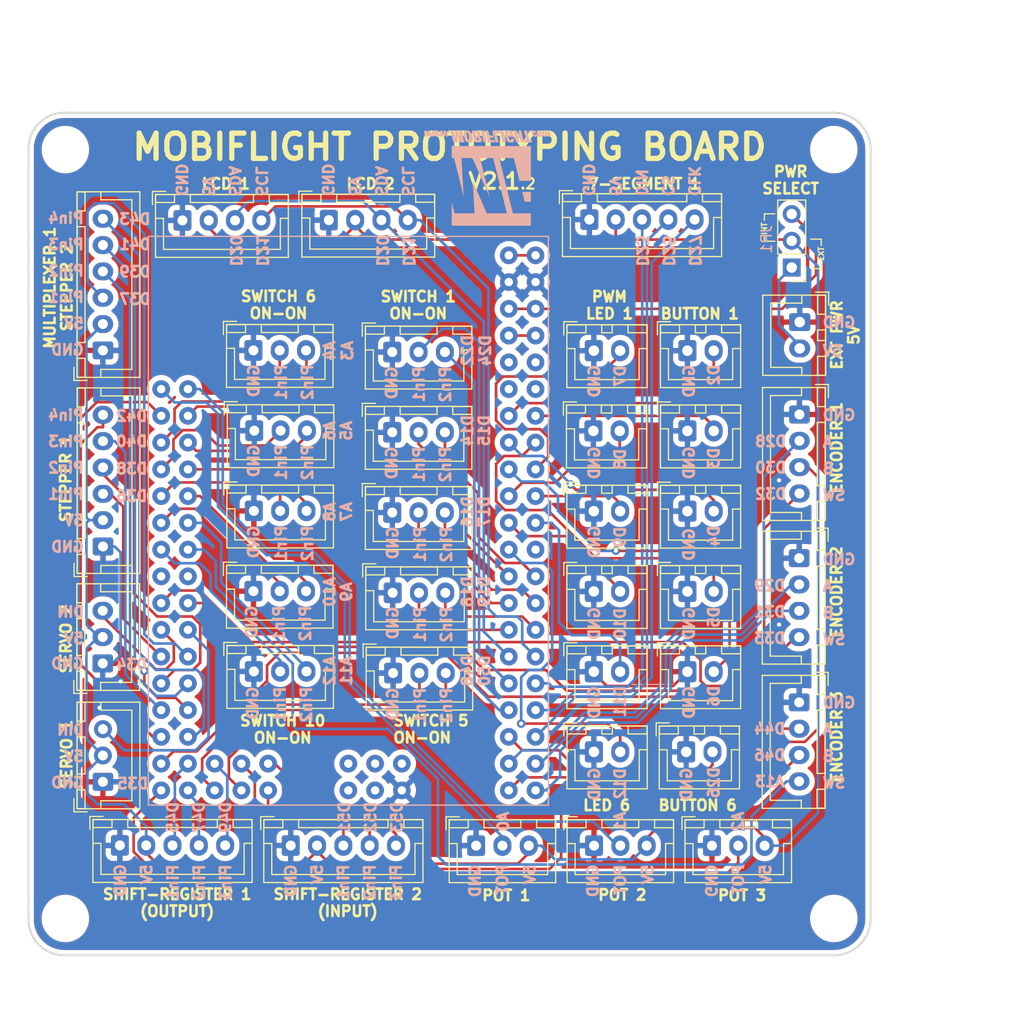
<source format=kicad_pcb>
(kicad_pcb (version 20221018) (generator pcbnew)
  (layers (0 "F.Cu" signal) (31 "B.Cu" signal) (34 "B.Paste" user) (35 "F.Paste" user) (36 "B.SilkS" user "B.Silkscreen") (37 "F.SilkS" user "F.Silkscreen") (38 "B.Mask" user) (39 "F.Mask" user) (44 "Edge.Cuts" user))
  (net 0 "")
  (net 1 "GND")
  (net 2 "BTN01")
  (net 3 "BTN02")
  (net 4 "BTN03")
  (net 5 "BTN04")
  (net 6 "BTN05")
  (net 7 "LED01")
  (net 8 "+5V")
  (net 9 "+5VD")
  (net 10 "LED02")
  (net 11 "LED03")
  (net 12 "LED04")
  (net 13 "LED05")
  (net 14 "SW01-1")
  (net 15 "SW01-3")
  (net 16 "SW02-1")
  (net 17 "SW02-3")
  (net 18 "SW03-1")
  (net 19 "SW03-3")
  (net 20 "SW04-1")
  (net 21 "SW04-3")
  (net 22 "SW05-1")
  (net 23 "SW05-3")
  (net 24 "SW06-1")
  (net 25 "SW06-3")
  (net 26 "SW07-1")
  (net 27 "SW07-3")
  (net 28 "SW08-1")
  (net 29 "SW08-3")
  (net 30 "SW09-1")
  (net 31 "SW09-3")
  (net 32 "SW10-1")
  (net 33 "SW10-3")
  (net 34 "SERVO1")
  (net 35 "SERVO2")
  (net 36 "STEPPER1_1")
  (net 37 "STEPPER1_2")
  (net 38 "STEPPER1_3")
  (net 39 "STEPPER1_4")
  (net 40 "STEPPER2_1")
  (net 41 "STEPPER2_2")
  (net 42 "STEPPER2_3")
  (net 43 "STEPPER2_4")
  (net 44 "I2C_SDA")
  (net 45 "I2C_SCL")
  (net 46 "SHIFT_SPI_1")
  (net 47 "SHIFT_SPI_2")
  (net 48 "SHIFT_SPI_3")
  (net 49 "SHIFT2_SPI_1")
  (net 50 "SHIFT2_SPI_2")
  (net 51 "SHIFT2_SPI_3")
  (net 52 "7SEG-DIN")
  (net 53 "7SEG-CS")
  (net 54 "7SEG-CLK")
  (net 55 "ENC1-A")
  (net 56 "ENC1-B")
  (net 57 "ENC1-SW")
  (net 58 "ENC2-A")
  (net 59 "ENC2-B")
  (net 60 "ENC2-SW")
  (net 61 "ENC3-A")
  (net 62 "ENC3-B")
  (net 63 "ENC3-SW")
  (net 64 "POT1")
  (net 65 "POT2")
  (net 66 "POT3")
  (net 67 "Net-(J36-Pin_2)")
  (net 68 "LED06")
  (net 69 "BTN06")
  (net 70 "unconnected-(U1-3V3-Pad3V3_1)")
  (net 71 "unconnected-(U1-VIN-PadVIN_1)")
  (footprint "Connector_JST:JST_XH_B2B-XH-A_1x02_P2.50mm_Vertical" (layer "F.Cu") (at 87.5908 46.5904)
    (fp_text reference "J1" hide)
    (fp_text value "Conn_01x02")
  )
  (footprint "Connector_JST:JST_XH_B2B-XH-A_1x02_P2.50mm_Vertical" (layer "F.Cu") (at 87.5908 54.2104)
    (fp_text reference "J2" hide)
    (fp_text value "Conn_01x02")
  )
  (footprint "Connector_JST:JST_XH_B2B-XH-A_1x02_P2.50mm_Vertical" (layer "F.Cu") (at 87.5908 61.8304)
    (fp_text reference "J3" hide)
    (fp_text value "Conn_01x02")
  )
  (footprint "Connector_JST:JST_XH_B2B-XH-A_1x02_P2.50mm_Vertical" (layer "F.Cu") (at 87.5908 69.4504)
    (fp_text reference "J4" hide)
    (fp_text value "Conn_01x02")
  )
  (footprint "Connector_JST:JST_XH_B2B-XH-A_1x02_P2.50mm_Vertical" (layer "F.Cu") (at 87.5908 77.0704)
    (fp_text reference "J5" hide)
    (fp_text value "Conn_01x02")
  )
  (footprint "Connector_JST:JST_XH_B2B-XH-A_1x02_P2.50mm_Vertical" (layer "F.Cu") (at 78.7008 46.5904)
    (fp_text reference "J6" hide)
    (fp_text value "Conn_01x02")
  )
  (footprint "Connector_JST:JST_XH_B2B-XH-A_1x02_P2.50mm_Vertical" (layer "F.Cu") (at 78.6608 54.2104)
    (fp_text reference "J7" hide)
    (fp_text value "Conn_01x02")
  )
  (footprint "Connector_JST:JST_XH_B2B-XH-A_1x02_P2.50mm_Vertical" (layer "F.Cu") (at 78.7008 69.4504)
    (fp_text reference "J9" hide)
    (fp_text value "Conn_01x02")
  )
  (footprint "Connector_JST:JST_XH_B2B-XH-A_1x02_P2.50mm_Vertical" (layer "F.Cu") (at 78.7008 77.0704)
    (fp_text reference "J10" hide)
    (fp_text value "Conn_01x02")
  )
  (footprint "Connector_JST:JST_XH_B3B-XH-A_1x03_P2.50mm_Vertical" (layer "F.Cu") (at 59.5538 46.7192)
    (fp_text reference "J11" hide)
    (fp_text value "Conn_01x03")
  )
  (footprint "Connector_JST:JST_XH_B3B-XH-A_1x03_P2.50mm_Vertical" (layer "F.Cu") (at 59.5538 54.3392)
    (fp_text reference "J12" hide)
    (fp_text value "Conn_01x03")
  )
  (footprint "Connector_JST:JST_XH_B3B-XH-A_1x03_P2.50mm_Vertical" (layer "F.Cu") (at 59.5538 61.9592)
    (fp_text reference "J13" hide)
    (fp_text value "Conn_01x03")
  )
  (footprint "Connector_JST:JST_XH_B3B-XH-A_1x03_P2.50mm_Vertical" (layer "F.Cu") (at 59.5938 69.5792)
    (fp_text reference "J14" hide)
    (fp_text value "Conn_01x03")
  )
  (footprint "Connector_JST:JST_XH_B3B-XH-A_1x03_P2.50mm_Vertical" (layer "F.Cu") (at 59.6338 77.1992)
    (fp_text reference "J15" hide)
    (fp_text value "Conn_01x03")
  )
  (footprint "Connector_JST:JST_XH_B5B-XH-A_1x05_P2.50mm_Vertical" (layer "F.Cu") (at 33.6808 93.5642)
    (fp_text reference "J27" hide)
    (fp_text value "Conn_01x05")
  )
  (footprint "Connector_JST:JST_XH_B5B-XH-A_1x05_P2.50mm_Vertical" (layer "F.Cu") (at 49.9088 93.5802)
    (fp_text reference "J28" hide)
    (fp_text value "Conn_01x05")
  )
  (footprint "Connector_JST:JST_XH_B5B-XH-A_1x05_P2.50mm_Vertical" (layer "F.Cu") (at 78.2788 34.1444)
    (fp_text reference "J29" hide)
    (fp_text value "Conn_01x05")
  )
  (footprint "Connector_JST:JST_XH_B4B-XH-A_1x04_P2.50mm_Vertical" (layer "F.Cu") (at 98.2348 52.6516 -90)
    (fp_text reference "J30" hide)
    (fp_text value "Conn_01x04")
  )
  (footprint "Connector_JST:JST_XH_B4B-XH-A_1x04_P2.50mm_Vertical" (layer "F.Cu") (at 98.2088 66.2914 -90)
    (fp_text reference "J31" hide)
    (fp_text value "Conn_01x04")
  )
  (footprint "Connector_JST:JST_XH_B4B-XH-A_1x04_P2.50mm_Vertical" (layer "F.Cu") (at 98.2088 79.982 -90)
    (fp_text reference "J32" hide)
    (fp_text value "Conn_01x04")
  )
  (footprint "Connector_JST:JST_XH_B3B-XH-A_1x03_P2.50mm_Vertical" (layer "F.Cu") (at 67.5208 93.5892)
    (fp_text reference "J33" hide)
    (fp_text value "Conn_01x03")
  )
  (footprint "Connector_JST:JST_XH_B3B-XH-A_1x03_P2.50mm_Vertical" (layer "F.Cu") (at 78.7218 93.5892)
    (fp_text reference "J34" hide)
    (fp_text value "Conn_01x03")
  )
  (footprint "Connector_JST:JST_XH_B3B-XH-A_1x03_P2.50mm_Vertical" (layer "F.Cu") (at 89.9238 93.5892)
    (fp_text reference "J35" hide)
    (fp_text value "Conn_01x03")
  )
  (footprint "Connector_JST:JST_XH_B6B-XH-A_1x06_P2.50mm_Vertical" (layer "F.Cu") (at 32.0678 46.5664 90)
    (fp_text reference "J24" hide)
    (fp_text value "Conn_01x06")
  )
  (footprint "Connector_JST:JST_XH_B4B-XH-A_1x04_P2.50mm_Vertical" (layer "F.Cu") (at 39.6208 34.2234)
    (fp_text reference "J25" hide)
    (fp_text value "Conn_01x04")
  )
  (footprint "Connector_JST:JST_XH_B2B-XH-A_1x02_P2.50mm_Vertical" (layer "F.Cu") (at 78.7008 61.8304)
    (fp_text reference "J8" hide)
    (fp_text value "Conn_01x02")
  )
  (footprint "Connector_JST:JST_XH_B2B-XH-A_1x02_P2.50mm_Vertical" (layer "F.Cu") (at 98.2598 43.8778 -90)
    (fp_text reference "J36" hide)
    (fp_text value "Conn_01x02")
  )
  (footprint "Connector_JST:JST_XH_B4B-XH-A_1x04_P2.50mm_Vertical" (layer "F.Cu") (at 53.5288 34.1952)
    (fp_text reference "J26" hide)
    (fp_text value "Conn_01x04")
  )
  (footprint "Connector_JST:JST_XH_B3B-XH-A_1x03_P2.50mm_Vertical" (layer "F.Cu") (at 46.4058 77.045)
    (fp_text reference "J20" hide)
    (fp_text value "Conn_01x03")
  )
  (footprint "Connector_JST:JST_XH_B3B-XH-A_1x03_P2.50mm_Vertical" (layer "F.Cu") (at 46.3658 46.565)
    (fp_text reference "J16" hide)
    (fp_text value "Conn_01x03")
  )
  (footprint "Connector_JST:JST_XH_B3B-XH-A_1x03_P2.50mm_Vertical" (layer "F.Cu") (at 46.3658 69.425)
    (fp_text reference "J19" hide)
    (fp_text value "Conn_01x03")
  )
  (footprint "Connector_JST:JST_XH_B3B-XH-A_1x03_P2.50mm_Vertical" (layer "F.Cu") (at 46.4058 61.805)
    (fp_text reference "J18" hide)
    (fp_text value "Conn_01x03")
  )
  (footprint "Connector_JST:JST_XH_B3B-XH-A_1x03_P2.50mm_Vertical" (layer "F.Cu") (at 46.4458 54.185)
    (fp_text reference "J17" hide)
    (fp_text value "Conn_01x03")
  )
  (footprint "Connector_JST:JST_XH_B3B-XH-A_1x03_P2.50mm_Vertical" (layer "F.Cu") (at 32.0678 87.5256 90)
    (fp_text reference "J21" hide)
    (fp_text value "Conn_01x03")
  )
  (footprint "Connector_JST:JST_XH_B6B-XH-A_1x06_P2.50mm_Vertical" (layer "F.Cu") (at 32.0768 65.1832 90)
    (fp_text reference "J23" hide)
    (fp_text value "Conn_01x06")
  )
  (footprint "Connector_JST:JST_XH_B3B-XH-A_1x03_P2.50mm_Vertical" (layer "F.Cu") (at 32.0518 76.283 90)
    (fp_text reference "J22" hide)
    (fp_text value "Conn_01x03")
  )
  (footprint "Connector_PinHeader_2.54mm:PinHeader_1x03_P2.54mm_Vertical" (layer "F.Cu") (at 97.5 38.7 180)
    (fp_text reference "JP1")
    (fp_text value "Jumper_3_Open")
  )
  (footprint "MountingHole:MountingHole_3.5mm" (layer "F.Cu") (at 28.5 100.5)
    (fp_text reference "H3" hide)
    (fp_text value "MountingHole")
  )
  (footprint "MountingHole:MountingHole_3.5mm" (layer "F.Cu") (at 101.5 100.5)
    (fp_text reference "H4" hide)
    (fp_text value "MountingHole")
  )
  (footprint "Connector_JST:JST_XH_B2B-XH-A_1x02_P2.50mm_Vertical" (layer "F.Cu") (at 78.7114 84.681)
    (fp_text reference "J37" hide)
    (fp_text value "Conn_01x02")
  )
  (footprint "MountingHole:MountingHole_3.5mm" (layer "F.Cu") (at 28.5 27.5)
    (fp_text reference "H1" hide)
    (fp_text value "MountingHole")
  )
  (footprint "Connector_JST:JST_XH_B2B-XH-A_1x02_P2.50mm_Vertical" (layer "F.Cu") (at 87.4744 84.681)
    (fp_text reference "J38" hide)
    (fp_text value "Conn_01x02")
  )
  (footprint "MountingHole:MountingHole_3.5mm" (layer "F.Cu") (at 101.5 27.5)
    (fp_text reference "H2" hide)
    (fp_text value "MountingHole")
  )
  (footprint "MODULE_MEGA_PRO_EMBED_CH340G_:_ATMEGA2560" (layer "B.Cu") (at 55.3848 62.7386 -90)
    (fp_text reference "U1" hide)
    (fp_text value "MEGA_PRO_EMBED_CH340G___ATMEGA2560")
  )
  (footprint "footprints:mobiflight-logo-12" (layer "B.Cu") (at 68.6 30.2)
    (fp_text reference "G***" hide)
    (fp_text value "LOGO" hide)
  )
  (gr_line (start 95.9 36.2) (end 94.9 36.2) (stroke (width 0.12)) (layer "F.SilkS"))
  (gr_line (start 100.3 36.6) (end 100.3 36) (stroke (width 0.12)) (layer "F.SilkS"))
  (gr_line (start 99.3 38.8) (end 100.3 38.8) (stroke (width 0.12)) (layer "F.SilkS"))
  (gr_line (start 99.3 36) (end 100.3 36) (stroke (width 0.12)) (layer "F.SilkS"))
  (gr_line (start 100.3 38.8) (end 100.3 38.2) (stroke (width 0.12)) (layer "F.SilkS"))
  (gr_line (start 95.9 33.6) (end 94.9 33.6) (stroke (width 0.12)) (layer "F.SilkS"))
  (gr_line (start 94.9 35.6) (end 94.9 36.2) (stroke (width 0.12)) (layer "F.SilkS"))
  (gr_line (start 94.9 33.6) (end 94.9 34.2) (stroke (width 0.12)) (layer "F.SilkS"))
  (gr_arc (start 101.5 24) (mid 103.974874 25.025126) (end 105 27.5) (stroke (width 0.2)) (layer "Edge.Cuts"))
  (gr_line (start 25 100.6) (end 25 27.4) (stroke (width 0.2)) (layer "Edge.Cuts"))
  (gr_line (start 105 27.5) (end 105 100.5) (stroke (width 0.2)) (layer "Edge.Cuts"))
  (gr_arc (start 28.4 104) (mid 25.995837 103.004163) (end 25 100.6) (stroke (width 0.2)) (layer "Edge.Cuts"))
  (gr_arc (start 25 27.4) (mid 25.995837 24.995837) (end 28.4 24) (stroke (width 0.2)) (layer "Edge.Cuts"))
  (gr_line (start 28.4 24) (end 101.5 24) (stroke (width 0.2)) (layer "Edge.Cuts"))
  (gr_line (start 101.5 104) (end 28.4 104) (stroke (width 0.2)) (layer "Edge.Cuts"))
  (gr_arc (start 105 100.5) (mid 103.974874 102.974874) (end 101.5 104) (stroke (width 0.2)) (layer "Edge.Cuts"))
  (gr_text "GND" (at 87.75 65 90) (layer "B.SilkS") (effects (font (size 1 1) (thickness 0.25)) (justify mirror)))
  (gr_text "GND" (at 59.6 72.457143 90) (layer "B.SilkS") (effects (font (size 1 1) (thickness 0.25)) (justify mirror)))
  (gr_text "SCL" (at 61.02381 30.5142 270) (layer "B.SilkS") (effects (font (size 1 1) (thickness 0.25)) (justify mirror)))
  (gr_text "D45" (at 38.7 90.9 90) (layer "B.SilkS") (effects (font (size 1 1) (thickness 0.25)) (justify mirror)))
  (gr_text "SCL" (at 47.12381 30.5142 270) (layer "B.SilkS") (effects (font (size 1 1) (thickness 0.25)) (justify mirror)))
  (gr_text "5V" (at 29.319048 73.9142) (layer "B.SilkS") (effects (font (size 1 1) (thickness 0.25)) (justify mirror)))
  (gr_text "D19" (at 68.3 69.477801 90) (layer "B.SilkS") (effects (font (size 1 1) (thickness 0.25)) (justify mirror)))
  (gr_text "D38" (at 34.8 57.8) (layer "B.SilkS") (effects (font (size 1 1) (thickness 0.25)) (justify mirror)))
  (gr_text "Pin1" (at 49 64.9 90) (layer "B.SilkS") (effects (font (size 1 1) (thickness 0.25)) (justify mirror)))
  (gr_text "GND" (at 33.72381 96.9 90) (layer "B.SilkS") (effects (font (size 1 1) (thickness 0.25)) (justify mirror)))
  (gr_text "SDA" (at 44.590476 30.490391 270) (layer "B.SilkS") (effects (font (size 1 1) (thickness 0.25)) (justify mirror)))
  (gr_text "POT" (at 70.02381 96.8142 90) (layer "B.SilkS") (effects (font (size 1 1) (thickness 0.25)) (justify mirror)))
  (gr_text "D48" (at 66.7 76.977801 90) (layer "B.SilkS") (effects (font (size 1 1) (thickness 0.25)) (justify mirror)))
  (gr_text "Pin2" (at 64.6 49.8 90) (layer "B.SilkS") (effects (font (size 1 1) (thickness 0.25)) (justify mirror)))
  (gr_text "GND" (at 39.52381 30.371343 270) (layer "B.SilkS") (effects (font (size 1 1) (thickness 0.25)) (justify mirror)))
  (gr_text "GND" (at 46.3 80.057143 90) (layer "B.SilkS") (effects (font (size 1 1) (thickness 0.25)) (justify mirror)))
  (gr_text "SW" (at 101.52381 60.3142) (layer "B.SilkS") (effects (font (size 1 1) (thickness 0.25)) (justify mirror)))
  (gr_text "D10" (at 81.2 72.5 90) (layer "B.SilkS") (effects (font (size 1 1) (thickness 0.25)) (justify mirror)))
  (gr_text "D49" (at 43.7 90.9 90) (layer "B.SilkS") (effects (font (size 1 1) (thickness 0.25)) (justify mirror)))
  (gr_text "CLK" (at 88.22381 30.490391 270) (layer "B.SilkS") (effects (font (size 1 1) (thickness 0.25)) (justify mirror)))
  (gr_text "D21" (at 61.1 37.1 270) (layer "B.SilkS") (effects (font (size 1 1) (thickness 0.25)) (justify mirror)))
  (gr_text "GND" (at 102 80.0142) (layer "B.SilkS") (effects (font (size 1 1) (thickness 0.25)) (justify mirror)))
  (gr_text "Pin1" (at 62.1 57.4 90) (layer "B.SilkS") (effects (font (size 1 1) (thickness 0.25)) (justify mirror)))
  (gr_text "5V" (at 42.057143 30.990391 270) (layer "B.SilkS") (effects (font (size 1 1) (thickness 0.25)) (justify mirror)))
  (gr_text "B" (at 100.976191 57.780866) (layer "B.SilkS") (effects (font (size 1 1) (thickness 0.25)) (justify mirror)))
  (gr_text "GND" (at 78.75 57.25 90) (layer "B.SilkS") (effects (font (size 1 1) (thickness 0.25)) (justify mirror)))
  (gr_text "Pin1\n" (at 28.557143 60.2142) (layer "B.SilkS") (effects (font (size 1 1) (thickness 0.25)) (justify mirror)))
  (gr_text "A4" (at 53.6 46.6 90) (layer "B.SilkS") (effects (font (size 1 1) (thickness 0.25)) (justify mirror)))
  (gr_text "POT" (at 81.22381 96.8142 90) (layer "B.SilkS") (effects (font (size 1 1) (thickness 0.25)) (justify mirror)))
  (gr_text "D20\n" (at 44.7 37.1 270) (layer "B.SilkS") (effects (font (size 1 1) (thickness 0.25)) (justify mirror)))
  (gr_text "Pin2" (at 64.7 80.3 90) (layer "B.SilkS") (effects (font (size 1 1) (thickness 0.25)) (justify mirror)))
  (gr_text "D11" (at 81.2 79.9 90) (layer "B.SilkS") (effects (font (size 1 1) (thickness 0.25)) (justify mirror)))
  (gr_text "5V" (at 29.319048 44.0142) (layer "B.SilkS") (effects (font (size 1 1) (thickness 0.25)) (justify mirror)))
  (gr_text "SDA" (at 58.490476 30.490391 270) (layer "B.SilkS") (effects (font (size 1 1) (thickness 0.25)) (justify mirror)))
  (gr_text "D2" (at 90.1 48.9 90) (layer "B.SilkS") (effects (font (size 1 1) (thickness 0.25)) (justify mirror)))
  (gr_text "A10" (at 53.6 69.5 90) (layer "B.SilkS") (effects (font (size 1 1) (thickness 0.25)) (justify mirror)))
  (gr_text "GND" (at 59.5 49.657143 90) (layer "B.SilkS") (effects (font (size 1 1) (thickness 0.25)) (justify mirror)))
  (gr_text "A12" (at 53.6 77 90) (layer "B.SilkS") (effects (font (size 1 1) (thickness 0.25)) (justify mirror)))
  (gr_text "5V" (at 29.319048 85.1142) (layer "B.SilkS") (effects (font (size 1 1) (thickness 0.25)) (justify mirror)))
  (gr_text "GND" (at 87.75 80 90) (layer "B.SilkS") (effects (font (size 1 1) (thickness 0.25)) (justify mirror)))
  (gr_text "5V" (at 52.42381 96.3142 90) (layer "B.SilkS") (effects (font (size 1 1) (thickness 0.25)) (justify mirror)))
  (gr_text "A" (at 100.904762 68.947533) (layer "B.SilkS") (effects (font (size 1 1) (thickness 0.25)) (justify mirror)))
  (gr_text "Pin3\n" (at 28.557143 36.5142) (layer "B.SilkS") (effects (font (size 1 1) (thickness 0.25)) (justify mirror)))
  (gr_text "A5" (at 55.2 54.2 90) (layer "B.SilkS") (effects (font (size 1 1) (thickness 0.25)) (justify mirror)))
  (gr_text "GND" (at 53.42381 30.371343 270) (layer "B.SilkS") (effects (font (size 1 1) (thickness 0.25)) (justify mirror)))
  (gr_text "D39" (at 35.1 39.1) (layer "B.SilkS") (effects (font (size 1 1) (thickness 0.25)) (justify mirror)))
  (gr_text "5V" (at 80.72381 30.990391 270) (layer "B.SilkS") (effects (font (size 1 1) (thickness 0.25)) (justify mirror)))
  (gr_text "D40" (at 34.8 55.2) (layer "B.SilkS") (effects (font (size 1 1) (thickness 0.25)) (justify mirror)))
  (gr_text "D8" (at 81.2 56.9 90) (layer "B.SilkS") (effects (font (size 1 1) (thickness 0.25)) (justify mirror)))
  (gr_text "Pin2" (at 64.6 57.4 90) (layer "B.SilkS") (effects (font (size 1 1) (thickness 0.25)) (justify mirror)))
  (gr_text "Pin1" (at 62.1 49.8 90) (layer "B.SilkS") (effects (font (size 1 1) (thickness 0.25)) (justify mirror)))
  (gr_text "GND" (at 46.4 57.057143 90) (layer "B.SilkS") (effects (font (size 1 1) (thickness 0.25)) (justify mirror)))
  (gr_text "D7" (at 81.2 49 90) (layer "B.SilkS") (effects (font (size 1 1) (thickness 0.25)) (justify mirror)))
  (gr_text "CS" (at 85.72381 30.918962 270) (layer "B.SilkS") (effects (font (size 1 1) (thickness 0.25)) (justify mirror)))
  (gr_text "D50" (at 68.3 76.977801 90) (layer "B.SilkS") (effects (font (size 1 1) (thickness 0.25)) (justify mirror)))
  (gr_text "5V" (at 83.82381 96.3142 90) (layer "B.SilkS") (effects (font (size 1 1) (thickness 0.25)) (justify mirror)))
  (gr_text "Pin1" (at 49 57.2 90) (layer "B.SilkS") (effects (font (size 1 1) (thickness 0.25)) (justify mirror)))
  (gr_text "GND" (at 102 66.4142) (layer "B.SilkS") (effects (font (size 1 1) (thickness 0.25)) (justify mirror)))
  (gr_text "DIN" (at 29 71.4) (layer "B.SilkS") (effects (font (size 1 1) (thickness 0.25)) (justify mirror)))
  (gr_text "Pin1" (at 49 49.6 90) (layer "B.SilkS") (effects (font (size 1 1) (thickness 0.25)) (justify mirror)))
  (gr_text "D28" (at 95.5 55.2) (layer "B.SilkS") (effects (font (size 1 1) (thickness 0.25)) (justify mirror)))
  (gr_text "A9" (at 55.2 69.5 90) (layer "B.SilkS") (effects (font (size 1 1) (thickness 0.25)) (justify mirror)))
  (gr_text "B" (at 100.976191 85.080866) (layer "B.SilkS") (effects (font (size 1 1) (thickness 0.25)) (justify mirror)))
  (gr_text "D20\n" (at 58.6 37.1 270) (layer "B.SilkS") (effects (font (size 1 1) (thickness 0.25)) (justify mirror)))
  (gr_text "GND" (at 67.42381 96.933247 90) (layer "B.SilkS") (effects (font (size 1 1) (thickness 0.25)) (justify mirror)))
  (gr_text "D9" (at 81.2 64.3 90) (layer "B.SilkS") (effects (font (size 1 1) (thickness 0.25)) (justify mirror)))
  (gr_text "Pin2" (at 51.3 72.5 90) (layer "B.SilkS") (effects (font (size 1 1) (thickness 0.25)) (justify mirror)))
  (gr_text "GND" (at 78.62381 96.933247 90) (layer "B.SilkS") (effects (font (size 1 1) (thickness 0.25)) (justify mirror)))
  (gr_text "DIN" (at 29 82.6) (layer "B.SilkS") (effects (font (size 1 1) (thickness 0.25)) (justify mirror)))
  (gr_text "D26" (at 90.1 87.6 90) (layer "B.SilkS") (effects (font (size 1 1) (thickness 0.25)) (justify mirror)))
  (gr_text "D14" (at 66.7 54.177801 90) (layer "B.SilkS") (effects (font (size 1 1) (thickness 0.25)) (justify mirror)))
  (gr_text "GND" (at 28.7 76.3) (layer "B.SilkS") (effects (font (size 1 1) (thickness 0.25)) (justify mirror)))
  (gr_text "D32" (at 95.5 60.2) (layer "B.SilkS") (effects (font (size 1 1) (thickness 0.25)) (justify mirror)))
  (gr_text "D29" (at 95.4 68.9) (layer "B.SilkS") (effects (font (size 1 1) (thickness 0.25)) (justify mirror)))
  (gr_text "D4" (at 90.1 64.2 90) (layer "B.SilkS") (effects (font (size 1 1) (thickness 0.25)) (justify mirror)))
  (gr_text "GND" (at 28.7 87.6) (layer "B.SilkS") (effects (font (size 1 1) (thickness 0.25)) (justify mirror)))
  (gr_text "D18" (at 66.7 69.477801 90) (layer "B.SilkS") (effects (font (size 1 1) (thickness 0.25)) (justify mirror)))
  (gr_text "5V" (at 101.380953 46.6142) (layer "B.SilkS") (effects (font (size 1 1) (thickness 0.25)) (justify mirror)))
  (gr_text "D30" (at 95.5 57.7) (layer "B.SilkS") (effects (font (size 1 1) (thickness 0.25)) (justify mirror)))
  (gr_text "SW" (at 101.52381 87.6142) (layer "B.SilkS") (effects (font (size 1 1) (thickness 0.25)) (justify mirror)))
  (gr_text "A" (at 100.904762 82.547533) (layer "B.SilkS") (effects (font (size 1 1) (thickness 0.25)) (justify mirror)))
  (gr_text "Pin3\n" (at 59.92381 97.076105 90) (layer "B.SilkS") (effects (font (size 1 1) (thickness 0.25)) (justify mirror)))
  (gr_text "5V" (at 55.957143 30.990391 270) (layer "B.SilkS") (effects (font (size 1 1) (thickness 0.25)) (justify mirror)))
  (gr_text "D12" (at 81.2 87.7 90) (layer "B.SilkS") (effects (font (size 1 1) (thickness 0.25)) (justify mirror)))
  (gr_text "A13" (at 95.4 87.5) (layer "B.SilkS") (effects (font (size 1 1) (thickness 0.25)) (justify mirror)))
  (gr_text "D34" (at 34.8 76.4) (layer "B.SilkS") (effects (font (size 1 1) (thickness 0.25)) (justify mirror)))
  (gr_text "Pin3\n" (at 28.557143 55.2142) (layer "B.SilkS") (effects (font (size 1 1) (thickness 0.25)) (justify mirror)))
  (gr_text "Pin4\n" (at 28.557143 52.7142) (layer "B.SilkS") (effects (font (size 1 1) (thickness 0.25)) (justify mirror)))
  (gr_text "D5" (at 90.1 71.9 90) (layer "B.SilkS") (effects (font (size 1 1) (thickness 0.25)) (justify mirror)))
  (gr_text "D6" (at 90.1 79.4 90) (layer "B.SilkS") (effects (font (size 1 1) (thickness 0.25)) (justify mirror)))
  (gr_text "D31" (at 95.4 71.4) (layer "B.SilkS") (effects (font (size 1 1) (thickness 0.25)) (justify mirror)))
  (gr_text "B" (at 100.976191 71.480866) (layer "B.SilkS") (effects (font (size 1 1) (thickness 0.25)) (justify mirror)))
  (gr_text "A3" (at 55.3 46.6 90) (layer "B.SilkS") (effects (font (size 1 1) (thickness 0.25)) (justify mirror)))
  (gr_text "Pin1" (at 48.9 80.2 90) (layer "B.SilkS") (effects (font (size 1 1) (thickness 0.25)) (justify mirror)))
  (gr_text "5V" (at 36.22381 96.3142 90) (layer "B.SilkS") (effects (font (size 1 1) (thickness 0.25)) (justify mirror)))
  (gr_text "GND" (at 59.6 80.157143 90) (layer "B.SilkS") (effects (font (size 1 1) (thickness 0.25)) (justify mirror)))
  (gr_text "GND" (at 59.5 57.257143 90) (layer "B.SilkS") (effects (font (size 1 1) (thickness 0.25)) (justify mirror)))
  (gr_text "GND" (at 78.190477 30.371343 270) (layer "B.SilkS") (effects (font (size 1 1) (thickness 0.25)) (justify mirror)))
  (gr_text "Pin2" (at 51.4 80.2 90) (layer "B.SilkS") (effects (font (size 1 1) (thickness 0.25)) (justify mirror)))
  (gr_text "D42" (at 34.8 52.8) (layer "B.SilkS") (effects (font (size 1 1) (thickness 0.25)) (justify mirror)))
  (gr_text "D33" (at 95.4 73.9) (layer "B.SilkS") (effects (font (size 1 1) (thickness 0.25)) (justify mirror)))
  (gr_text "Pin2" (at 64.7 65 90) (layer "B.SilkS") (effects (font (size 1 1) (thickness 0.25)) (justify mirror)))
  (gr_text "D35" (at 34.9 87.7) (layer "B.SilkS") (effects (font (size 1 1) (thickness 0.25)) (justify mirror)))
  (gr_text "GND" (at 46.2 72.357143 90) (layer "B.SilkS") (effects (font (size 1 1) (thickness 0.25)) (justify mirror)))
  (gr_text "5V" (at 72.62381 96.3142 90) (layer "B.SilkS") (effects (font (size 1 1) (thickness 0.25)) (justify mirror)))
  (gr_text "DIN" (at 83.22381 30.633248 270) (layer "B.SilkS") (effects (font (size 1 1) (thickness 0.25)) (justify mirror)))
  (gr_text "Pin2" (at 64.7 72.6 90) (layer "B.SilkS") (effects (font (size 1 1) (thickness 0.25)) (justify mirror)))
  (gr_text "GND" (at 102 43.9142) (layer "B.SilkS") (effects (font (size 1 1) (thickness 0.25)) (justify mirror)))
  (gr_text "Pin2" (at 51.5 57.2 90) (layer "B.SilkS") (effects (font (size 1 1) (thickness 0.25)) (justify mirror)))
  (gr_text "GND" (at 78.75 80 90) (layer "B.SilkS") (effects (font (size 1 1) (thickness 0.25)) (justify mirror)))
  (gr_text "D23" (at 83.3 37.1 270) (layer "B.SilkS") (effects (font (size 1 1) (thickness 0.25)) (justify mirror)))
  (gr_text "A2" (at 92.4 91.3 90) (layer "B.SilkS") (effects (font (size 1 1) (thickness 0.25)) (justify mirror)))
  (gr_text "A8" (at 53.6 61.9 90) (layer "B.SilkS") (effects (font (size 1 1) (thickness 0.25)) (justify mirror)))
  (gr_text "GND" (at 28.7 65.2142) (layer "B.SilkS") (effects (font (size 1 1) (thickness 0.25)) (justify mirror)))
  (gr_text "Pin1" (at 62.2 80.3 90) (layer "B.SilkS") (effects (font (size 1 1) (thickness 0.25)) (justify mirror)))
  (gr_text "Pin1" (at 48.8 72.5 90) (layer "B.SilkS") (effects (font (size 1 1) (thickness 0.25)) (justify mirror)))
  (gr_text "POT" (at 92.42381 96.8142 90) (layer "B.SilkS") (effects (font (size 1 1) (thickness 0.25)) (justify mirror)))
  (gr_text "D22" (at 66.7 46.577801 90) (layer "B.SilkS") (effects (font (size 1 1) (thickness 0.25)) (justify mirror)))
  (gr_text "A0" (at 70.1 91.3 90) (layer "B.SilkS") (effects (font (size 1 1) (thickness 0.25)) (justify mirror)))
  (gr_text "GND" (at 87.75 72.5 90) (layer "B.SilkS") (effects (font (size 1 1) (thickness 0.25)) (justify mirror)))
  (gr_text "D44" (at 95.4 82.5) (layer "B.SilkS") (effects (font (size 1 1) (thickness 0.25)) (justify mirror)))
  (gr_text "D25" (at 85.8 37.1 270) (layer "B.SilkS") (effects (font (size 1 1) (thickness 0.25)) (justify mirror)))
  (gr_text "Pin1" (at 62.2 72.6 90) (layer "B.SilkS") (effects (font (size 1 1) (thickness 0.25)) (justify mirror)))
  (gr_text "Pin2\n" (at 57.42381 97.076105 90) (layer "B.SilkS") (effects (font (size 1 1) (thickness 0.25)) (justify mirror)))
  (gr_text "Pin1\n" (at 54.92381 97.076104 90) (layer "B.SilkS") (effects (font (size 1 1) (thickness 0.25)) (justify mirror)))
  (gr_text "D16" (at 66.7 61.877801 90) (layer "B.SilkS") (effects (font (size 1 1) (thickness 0.25)) (justify mirror)))
  (gr_text "Pin2\n" (at 41.22381 97.076105 90) (layer "B.SilkS") (effects (font (size 1 1) (thickness 0.25)) (justify mirror)))
  (gr_text "A1" (at 81.2 91.3 90) (layer "B.SilkS") (effects (font (size 1 1) (thickness 0.25)) (justify mirror)))
  (gr_text "Pin4\n" (at 28.557143 34.0142) (layer "B.SilkS") (effects (font (size 1 1) (thickness 0.25)) (justify mirror)))
  (gr_text "5V" (at 29.319048 62.7142) (layer "B.SilkS") (effects (font (size 1 1) (thickness 0.25)) (justify mirror)))
  (gr_text "D15" (at 68.3 54.177801 90) (layer "B.SilkS") (effects (font (size 1 1) (thickness 0.25)) (justify mirror)))
  (gr_text "GND" (at 46.4 64.757143 90) (layer "B.SilkS") (effects (font (size 1 1) (thickness 0.25)) (justify mirror)))
  (gr_text "GND" (at 87.5 87.75 90) (layer "B.SilkS") (effects (font (size 1 1) (thickness 0.25)) (justify mirror)))
  (gr_text "Pin3\n" (at 43.72381 97.076105 90) (layer "B.SilkS") (effects (font (size 1 1) (thickness 0.25)) (justify mirror)))
  (gr_text "SW" (at 101.52381 74.0142) (layer "B.SilkS") (effects (font (size 1 1) (thickness 0.25)) (justify mirror)))
  (gr_text "5V" (at 95.02381 96.3142 90) (layer "B.SilkS") (effects (font (size 1 1) (thickness 0.25)) (justify mirror)))
  (gr_text "Pin1\n" (at 38.72381 97.076104 90) (layer "B.SilkS") (effects (font (size 1 1) (thickness 0.25)) (justify mirror)))
  (gr_text "D21" (at 47.2 37.1 270) (layer "B.SilkS") (effects (font (size 1 1) (thickness 0.25)) (justify mirror)))
  (gr_text "D53" (at 60 90.9 90) (layer "B.SilkS") (effects (font (size 1 1) (thickness 0.25)) (justify mirror)))
  (gr_text "D17" (at 68.3 61.877801 90) (layer "B.SilkS") (effects (font (size 1 1) (thickness 0.25)) (justify mirror)))
  (gr_text "D47" (at 41.2 90.9 90) (layer "B.SilkS") (effects (font (size 1 1) (thickness 0.25)) (justify mirror)))
  (gr_text "D24" (at 68.4 46.577801 90) (layer "B.SilkS") (effects (font (size 1 1) (thickness 0.25)) (justify mirror)))
  (gr_text "D3" (at 90.1 56.8 90) (layer "B.SilkS") (effects (font (size 1 1) (thickness 0.25)) (justify mirror)))
  (gr_text "Pin1\n" (at 28.557143 41.5142) (layer "B.SilkS") (effects (font (size 1 1) (thickness 0.25)) (justify mirror)))
  (gr_text "Pin2" (at 51.5 64.9 90) (layer "B.SilkS") (effects (font (size 1 1) (thickness 0.25)) (justify mirror)))
  (gr_text "Pin2" (at 51.5 49.6 90) (layer "B.SilkS") (effects (font (size 1 1) (thickness 0.25)) (justify mirror)))
  (gr_text "GND" (at 49.92381 96.933247 90) (layer "B.SilkS") (effects (font (size 1 1) (thickness 0.25)) (justify mirror)))
  (gr_text "D46" (at 95.4 85) (layer "B.SilkS") (effects (font (size 1 1) (thickness 0.25)) (justify mirror)))
  (gr_text "A11" (at 55.2 77 90) (layer "B.SilkS") (effects (font (size 1 1) (thickness 0.25)) (justify mirror)))
  (gr_text "D41" (at 35.1 36.5) (layer "B.SilkS") (effects (font (size 1 1) (thickness 0.25)) (justify mirror)))
  (gr_text "GND" (at 78.75 72.5 90) (layer "B.SilkS") (effects (font (size 1 1) (thickness 0.25)) (justify mirror)))
  (gr_text "GND" (at 78.75 49.5 90) (layer "B.SilkS") (effects (font (size 1 1) (thickness 0.25)) (justify mirror)))
  (gr_text "GND" (at 87.75 57.25 90) (layer "B.SilkS") (effects (font (size 1 1) (thickness 0.25)) (justify mirror)))
  (gr_text "GND" (at 46.4 49.457143 90) (layer "B.SilkS") (effects (font (size 1 1) (thickness 0.25)) (justify mirror)))
  (gr_text "D52" (at 57.5 90.9 90) (layer "B.SilkS") (effects (font (size 1 1) (thickness 0.25)) (justify mirror)))
  (gr_text "Pin1" (at 62.2 65 90) (layer "B.SilkS") (effects (font (size 1 1) (thickness 0.25)) (justify mirror)))
  (gr_text "D37" (at 35.1 41.7) (layer "B.SilkS") (effects (font (size 1 1) (thickness 0.25)) (justify mirror)))
  (gr_text "D43" (at 35.1 34.1) (layer "B.SilkS") (effects (font (size 1 1) (thickness 0.25)) (justify mirror)))
  (gr_text "Pin2\n" (at 28.557143 39.0142) (layer "B.SilkS") (effects (font (size 1 1) (thickness 0.25)) (justify mirror)))
  (gr_text "GND" (at 89.82381 96.933247 270) (layer "B.SilkS") (effects (font (size 1 1) (thickness 0.25)) (justify mirror)))
  (gr_text "GND" (at 59.6 64.857143 90) (layer "B.SilkS") (effects (font (size 1 1) (thickness 0.25)) (justify mirror)))
  (gr_text "GND" (at 28.7 46.5142) (layer "B.SilkS") (effects (font (size 1 1) (thickness 0.25)) (justify mirror)))
  (gr_text "D27" (at 88.3 37.1 270) (layer "B.SilkS") (effects (font (size 1 1) (thickness 0.25)) (justify mirror)))
  (gr_text "A6" (at 53.6 54.2 90) (layer "B.SilkS") (effects (font (size 1 1) (thickness 0.25)) (justify mirror)))
  (gr_text "GND" (at 87.75 49.5 90) (layer "B.SilkS") (effects (font (size 1 1) (thickness 0.25)) (justify mirror)))
  (gr_text "A7" (at 55.2 61.9 90) (layer "B.SilkS") (effects (font (size 1 1) (thickness 0.25)) (justify mirror)))
  (gr_text "A" (at 100.904762 55.247533) (layer "B.SilkS") (effects (font (size 1 1) (thickness 0.25)) (justify mirror)))
  (gr_text "GND" (at 78.75 64.75 90) (layer "B.SilkS") (effects (font (size 1 1) (thickness 0.25)) (justify mirror)))
  (gr_text "D36" (at 34.8 60.4) (layer "B.SilkS") (effects (font (size 1 1) (thickness 0.25)) (justify mirror)))
  (gr_text "Pin2\n" (at 28.557143 57.7142) (layer "B.SilkS") (effects (font (size 1 1) (thickness 0.25)) (justify mirror)))
  (gr_text "GND" (at 102 52.7142) (layer "B.SilkS") (effects (font (size 1 1) (thickness 0.25)) (justify mirror)))
  (gr_text "GND" (at 78.75 87.75 90) (layer "B.SilkS") (effects (font (size 1 1) (thickness 0.25)) (justify mirror)))
  (gr_text "D51" (at 55 90.9 90) (layer "B.SilkS") (effects (font (size 1 1) (thickness 0.25)) (justify mirror)))
  (gr_text "BUTTON 6" (at 88.56661 89.761) (layer "F.SilkS") (effects (font (size 1 1) (thickness 0.25))))
  (gr_text "PWM\nLED 1" (at 80.18461 42.2724) (layer "F.SilkS") (effects (font (size 1 1) (thickness 0.25))))
  (gr_text "LED 6" (at 79.93061 89.761) (layer "F.SilkS") (effects (font (size 1 1) (thickness 0.25))))
  (gr_text "SWITCH 10\nON-ON" (at 49.14881 82.5396) (layer "F.SilkS") (effects (font (size 1 1) (thickness 0.25))))
  (gr_text "7-SEGMENT 1" (at 83.5 30.75) (layer "F.SilkS") (effects (font (size 1 1) (thickness 0.25))))
  (gr_text "ENCODER 1" (at 101.77881 55.8012 90) (layer "F.SilkS") (effects (font (size 1 1) (thickness 0.25))))
  (gr_text "ENCODER 3" (at 101.77881 83.2586 90) (layer "F.SilkS") (effects (font (size 1 1) (thickness 0.25))))
  (gr_text "SHIFT-REGISTER 1\n(OUTPUT)" (at 39.12381 99.0142) (layer "F.SilkS") (effects (font (size 1 1) (thickness 0.25))))
  (gr_text "SHIFT-REGISTER 2\n(INPUT)" (at 55.32381 99.0142) (layer "F.SilkS") (effects (font (size 1 1) (thickness 0.25))))
  (gr_text "POT 1" (at 70.38601 98.3142) (layer "F.SilkS") (effects (font (size 1 1) (thickness 0.25))))
  (gr_text "POT 2" (at 81.40961 98.2634) (layer "F.SilkS") (effects (font (size 1 1) (thickness 0.25))))
  (gr_text "POT 3" (at 92.78881 98.3142) (layer "F.SilkS") (effects (font (size 1 1) (thickness 0.25))))
  (gr_text "LCD 1" (at 43.75 30.75) (layer "F.SilkS") (effects (font (size 1 1) (thickness 0.25))))
  (gr_text "LCD 2" (at 57.5 30.75) (layer "F.SilkS") (effects (font (size 1 1) (thickness 0.25))))
  (gr_text "ENCODER 2" (at 101.76521 69.4918 90) (layer "F.SilkS") (effects (font (size 1 1) (thickness 0.25))))
  (gr_text "SWITCH 1\nON-ON" (at 62.02381 42.2642) (layer "F.SilkS") (effects (font (size 1 1) (thickness 0.25))))
  (gr_text "SWITCH 5\nON-ON" (at 59.52381 82.5314) (layer "F.SilkS") (effects (font (size 1 1) (thickness 0.25)) (justify left)))
  (gr_text "EXT PWR\n5V" (at 102.6 45.1 90) (layer "F.SilkS") (effects (font (size 1 1) (thickness 0.25))))
  (gr_text "SWITCH 6\nON-ON" (at 48.74881 42.2396) (layer "F.SilkS") (effects (font (size 1 1) (thickness 0.25))))
  (gr_text "SERVO 1" (at 28.62261 84.919 90) (layer "F.SilkS") (effects (font (size 1 1) (thickness 0.25))))
  (gr_text "STEPPER 1" (at 28.53701 58.7222 90) (layer "F.SilkS") (effects (font (size 1 1) (thickness 0.25))))
  (gr_text "SERVO 2" (at 28.56241 73.9622 90) (layer "F.SilkS") (effects (font (size 1 1) (thickness 0.25))))
  (gr_text "STEPPER 2" (at 28.63861 40.596 90) (layer "F.SilkS") (effects (font (size 1 1) (thickness 0.25))))
  (gr_text "INT" (at 94.9 35 90) (layer "F.SilkS") (effects (font (size 0.5 0.5) (thickness 0.125))))
  (gr_text "MULTIPLEXER 1" (at 27.02381 40.6142 90) (layer "F.SilkS") (effects (font (size 1 1) (thickness 0.25))))
  (gr_text "V2.1" (at 69.25 30.5) (layer "F.SilkS") (effects (font (size 1.5 1.5) (thickness 0.3))))
  (gr_text "PWR\nSELECT" (at 97.4 30.4) (layer "F.SilkS") (effects (font (size 1 1) (thickness 0.25))))
  (gr_text "EXT" (at 100.3 37.4 90) (layer "F.SilkS") (effects (font (size 0.5 0.5) (thickness 0.125))))
  (gr_text "BUTTON 1\n" (at 88.76981 43.0852) (layer "F.SilkS") (effects (font (size 1 1) (thickness 0.25))))
  (gr_text "MOBIFLIGHT PROTOTYPING BOARD" (at 65 27.25) (layer "F.SilkS") (effects (font (size 2.4 2.4) (thickness 0.5))))
  (gr_text ".2" (at 72.45 30.75) (layer "F.SilkS") (effects (font (size 1 1) (thickness 0.2))))
  (segment (start 78.7008 77.0704) (end 78.7008 77.2008) (width 0.25) (layer "F.Cu") (net 1))
  (segment (start 79.9291 78.4291) (end 86.2321 78.4291) (width 0.25) (layer "F.Cu") (net 1))
  (segment (start 78.7008 77.2008) (end 79.9291 78.4291) (width 0.25) (layer "F.Cu") (net 1))
  (segment (start 86.2321 78.4291) (end 87.5908 77.0704) (width 0.25) (layer "F.Cu") (net 1))
  (via (at 96.3 72.6) (size 0.8) (drill 0.4) (layers "F.Cu" "B.Cu") (net 1))
  (via (at 33.75 78) (size 0.8) (drill 0.4) (layers "F.Cu" "B.Cu") (net 1))
  (via (at 96.3 58.9) (size 0.8) (drill 0.4) (layers "F.Cu" "B.Cu") (net 1))
  (via (at 31.75 80.5) (size 0.8) (drill 0.4) (layers "F.Cu" "B.Cu") (net 1))
  (segment (start 33.75 75.5) (end 32.967 76.283) (width 0.25) (layer "B.Cu") (net 1))
  (segment (start 33.1832 65.1832) (end 33.75 65.75) (width 0.25) (layer "B.Cu") (net 1))
  (segment (start 32.967 76.283) (end 32.0518 76.283) (width 0.25) (layer "B.Cu") (net 1))
  (segment (start 32.0768 65.1832) (end 33.1832 65.1832) (width 0.25) (layer "B.Cu") (net 1))
  (segment (start 33.75 65.75) (end 33.75 75.5) (width 0.25) (layer "B.Cu") (net 1))
  (segment (start 71.8289 51.5745) (end 86.8255 51.5745) (width 0.25) (layer "F.Cu") (net 2))
  (segment (start 90.0908 48.3092) (end 90.0908 46.5904) (width 0.25) (layer "F.Cu") (net 2))
  (segment (start 70.6248 52.7786) (end 71.8289 51.5745) (width 0.25) (layer "F.Cu") (net 2))
  (segment (start 86.8255 51.5745) (end 90.0908 48.3092) (width 0.25) (layer "F.Cu") (net 2))
  (segment (start 73.1648 52.7786) (end 89.0786 52.7786) (width 0.25) (layer "F.Cu") (net 3))
  (segment (start 90.0908 53.7908) (end 90.0908 54.2104) (width 0.25) (layer "F.Cu") (net 3))
  (segment (start 89.0786 52.7786) (end 90.0908 53.7908) (width 0.25) (layer "F.Cu") (net 3))
  (segment (start 90.0908 60.7908) (end 90.0908 61.8304) (width 0.25) (layer "F.Cu") (net 4))
  (segment (start 77 59.8) (end 89.1 59.8) (width 0.25) (layer "F.Cu") (net 4))
  (segment (start 76.5 59.3) (end 77 59.8) (width 0.25) (layer "F.Cu") (net 4))
  (segment (start 89.1 59.8) (end 90.0908 60.7908) (width 0.25) (layer "F.Cu") (net 4))
  (via (at 76.5 59.3) (size 0.8) (drill 0.4) (layers "F.Cu" "B.Cu") (net 4))
  (segment (start 73.8319 56.5886) (end 71.8948 56.5886) (width 0.25) (layer "B.Cu") (net 4))
  (segment (start 71.8948 56.5886) (end 70.6248 55.3186) (width 0.25) (layer "B.Cu") (net 4))
  (segment (start 76.5 59.2567) (end 73.8319 56.5886) (width 0.25) (layer "B.Cu") (net 4))
  (segment (start 76.5 59.3) (end 76.5 59.2567) (width 0.25) (layer "B.Cu") (net 4))
  (segment (start 88.6 66.3) (end 90.0908 67.7908) (width 0.25) (layer "F.Cu") (net 5))
  (segment (start 73.1648 55.3186) (end 71.8948 56.5886) (width 0.25) (layer "F.Cu") (net 5))
  (segment (start 90.0908 67.7908) (end 90.0908 69.4504) (width 0.25) (layer "F.Cu") (net 5))
  (segment (start 74.3248 61.7248) (end 78.9 66.3) (width 0.25) (layer "F.Cu") (net 5))
  (segment (start 71.8948 56.5886) (end 70.1809 56.5886) (width 0.25) (layer "F.Cu") (net 5))
  (segment (start 78.9 66.3) (end 88.6 66.3) (width 0.25) (layer "F.Cu") (net 5))
  (segment (start 70.1809 56.5886) (end 69.4247 57.3448) (width 0.25) (layer "F.Cu") (net 5))
  (segment (start 70.2583 61.7248) (end 74.3248 61.7248) (width 0.25) (layer "F.Cu") (net 5))
  (segment (start 69.4247 60.8912) (end 70.2583 61.7248) (width 0.25) (layer "F.Cu") (net 5))
  (segment (start 69.4247 57.3448) (end 69.4247 60.8912) (width 0.25) (layer "F.Cu") (net 5))
  (segment (start 80.8245 65.6) (end 90.3 65.6) (width 0.25) (layer "F.Cu") (net 6))
  (segment (start 80.8 65.5755) (end 80.8245 65.6) (width 0.25) (layer "F.Cu") (net 6))
  (segment (start 91.6 75.5612) (end 90.0908 77.0704) (width 0.25) (layer "F.Cu") (net 6))
  (segment (start 90.3 65.6) (end 91.6 66.9) (width 0.25) (layer "F.Cu") (net 6))
  (segment (start 91.6 66.9) (end 91.6 75.5612) (width 0.25) (layer "F.Cu") (net 6))
  (via (at 80.8 65.5755) (size 0.8) (drill 0.4) (layers "F.Cu" "B.Cu") (net 6))
  (segment (start 73.922 59.022) (end 71.7882 59.022) (width 0.25) (layer "B.Cu") (net 6))
  (segment (start 79.1 65.6) (end 75.3 61.8) (width 0.25) (layer "B.Cu") (net 6))
  (segment (start 75.3 61.8) (end 75.3 60.4) (width 0.25) (layer "B.Cu") (net 6))
  (segment (start 80.8 65.5755) (end 80.7755 65.6) (width 0.25) (layer "B.Cu") (net 6))
  (segment (start 80.7755 65.6) (end 79.1 65.6) (width 0.25) (layer "B.Cu") (net 6))
  (segment (start 75.3 60.4) (end 73.922 59.022) (width 0.25) (layer "B.Cu") (net 6))
  (segment (start 71.7882 59.022) (end 70.6248 57.8586) (width 0.25) (layer "B.Cu") (net 6))
  (segment (start 79.1565 49.0435) (end 81.2008 46.9992) (width 0.25) (layer "F.Cu") (net 7))
  (segment (start 69.4163 53.2206) (end 69.4163 49.7119) (width 0.25) (layer "F.Cu") (net 7))
  (segment (start 74.3644 56.659) (end 74.3644 54.8064) (width 0.25) (layer "F.Cu") (net 7))
  (segment (start 70.2443 54.0486) (end 69.4163 53.2206) (width 0.25) (layer "F.Cu") (net 7))
  (segment (start 69.4163 49.7119) (end 70.0847 49.0435) (width 0.25) (layer "F.Cu") (net 7))
  (segment (start 73.6066 54.0486) (end 70.2443 54.0486) (width 0.25) (layer "F.Cu") (net 7))
  (segment (start 73.1648 57.8586) (end 74.3644 56.659) (width 0.25) (layer "F.Cu") (net 7))
  (segment (start 70.0847 49.0435) (end 79.1565 49.0435) (width 0.25) (layer "F.Cu") (net 7))
  (segment (start 81.2008 46.9992) (end 81.2008 46.5904) (width 0.25) (layer "F.Cu") (net 7))
  (segment (start 74.3644 54.8064) (end 73.6066 54.0486) (width 0.25) (layer "F.Cu") (net 7))
  (segment (start 70.6248 42.6186) (end 73.1648 42.6186) (width 0.25) (layer "F.Cu") (net 8))
  (segment (start 99.8 39.4) (end 96.5814 42.6186) (width 0.25) (layer "F.Cu") (net 8))
  (segment (start 97.5 33.62) (end 99.8 35.92) (width 0.25) (layer "F.Cu") (net 8))
  (segment (start 99.8 35.92) (end 99.8 39.4) (width 0.25) (layer "F.Cu") (net 8))
  (segment (start 96.5814 42.6186) (end 73.1648 42.6186) (width 0.25) (layer "F.Cu") (net 8))
  (segment (start 72.5208 93.5892) (end 72.5208 94.2792) (width 0.25) (layer "F.Cu") (net 9))
  (segment (start 71.5 95.3) (end 53.6 95.3) (width 0.25) (layer "F.Cu") (net 9))
  (segment (start 52.4088 94.0912) (end 51.2 95.3) (width 0.25) (layer "F.Cu") (net 9))
  (segment (start 94.9238 93.5892) (end 94.9238 92.8238) (width 0.25) (layer "F.Cu") (net 9))
  (segment (start 80.7788 36.0012) (end 80.7788 34.1444) (width 0.25) (layer "F.Cu") (net 9))
  (segment (start 51.2 95.3) (end 37.2 95.3) (width 0.25) (layer "F.Cu") (net 9))
  (segment (start 53.6 95.3) (end 52.4088 94.1088) (width 0.25) (layer "F.Cu") (net 9))
  (segment (start 52.4088 93.5802) (end 52.4088 94.0912) (width 0.25) (layer "F.Cu") (net 9))
  (segment (start 36.1808 94.2808) (end 36.1808 93.5642) (width 0.25) (layer "F.Cu") (net 9))
  (segment (start 80.74 36.04) (end 80.7788 36.0012) (width 0.25) (layer "F.Cu") (net 9))
  (segment (start 37.2 95.3) (end 36.1808 94.2808) (width 0.25) (layer "F.Cu") (net 9))
  (segment (start 80.74 36.04) (end 57.3578 36.04) (width 0.25) (layer "F.Cu") (net 9))
  (segment (start 97.38 36.04) (end 80.74 36.04) (width 0.25) (layer "F.Cu") (net 9))
  (segment (start 97.5 36.16) (end 97.38 36.04) (width 0.25) (layer "F.Cu") (net 9))
  (segment (start 94.9238 92.8238) (end 94 91.9) (width 0.25) (layer "F.Cu") (net 9))
  (segment (start 43.3 36.1) (end 42.1208 34.9208) (width 0.25) (layer "F.Cu") (net 9))
  (segment (start 52.4088 94.1088) (end 52.4088 93.5802) (width 0.25) (layer "F.Cu") (net 9))
  (segment (start 54.6398 36.1) (end 43.3 36.1) (width 0.25) (layer "F.Cu") (net 9))
  (segment (start 42.1208 34.9208) (end 42.1208 34.2234) (width 0.25) (layer "F.Cu") (net 9))
  (segment (start 57.3578 36.04) (end 56.0288 34.711) (width 0.25) (layer "F.Cu") (net 9))
  (segment (start 94 91.9) (end 84.7 91.9) (width 0.25) (layer "F.Cu") (net 9))
  (segment (start 56.0288 34.711) (end 54.6398 36.1) (width 0.25) (layer "F.Cu") (net 9))
  (segment (start 72.5208 94.2792) (end 71.5 95.3) (width 0.25) (layer "F.Cu") (net 9))
  (segment (start 84.7 91.9) (end 83.7218 92.8782) (width 0.25) (layer "F.Cu") (net 9))
  (segment (start 83.7218 92.8782) (end 83.7218 93.5892) (width 0.25) (layer "F.Cu") (net 9))
  (segment (start 31.5554 89.6554) (end 30.6 88.7) (width 0.25) (layer "B.Cu") (net 9))
  (segment (start 100.0038 90.4962) (end 96.9108 93.5892) (width 0.25) (layer "B.Cu") (net 9))
  (segment (start 30.5 83.4578) (end 30.5 74.9) (width 0.25) (layer "B.Cu") (net 9))
  (segment (start 32.0678 85.0256) (end 30.5 83.4578) (width 0.25) (layer "B.Cu") (net 9))
  (segment (start 36.1808 93.5642) (end 36.1808 91.7552) (width 0.25) (layer "B.Cu") (net 9))
  (segment (start 30.7508 62.6832) (end 32.0768 62.6832) (width 0.25) (layer "B.Cu") (net 9))
  (segment (start 30.5 62.4324) (end 30.5 45.6342) (width 0.25) (layer "B.Cu") (net 9))
  (segment (start 30.5 62.934) (end 30.5 72.6) (width 0.25) (layer "B.Cu") (net 9))
  (segment (start 31.617 73.783) (end 32.0518 73.783) (width 0.25) (layer "B.Cu") (net 9))
  (segment (start 30.7508 62.6832) (end 30.5 62.4324) (width 0.25) (layer "B.Cu") (net 9))
  (segment (start 96.9108 93.5892) (end 94.9238 93.5892) (width 0.25) (layer "B.Cu") (net 9))
  (segment (start 30.5 74.9) (end 31.617 73.783) (width 0.25) (layer "B.Cu") (net 9))
  (segment (start 36.1808 91.7552) (end 34.081 89.6554) (width 0.25) (layer "B.Cu") (net 9))
  (segment (start 30.6 86.4934) (end 32.0678 85.0256) (width 0.25) (layer "B.Cu") (net 9))
  (segment (start 30.6 88.7) (end 30.6 86.4934) (width 0.25) (layer "B.Cu") (net 9))
  (segment (start 100.0038 38.6038) (end 100.0038 90.4962) (width 0.25) (layer "B.Cu") (net 9))
  (segment (start 83.7218 93.5892) (end 82.4171 94.8939) (width 0.25) (layer "B.Cu") (net 9))
  (segment (start 73.6959 93.5892) (end 72.5208 93.5892) (width 0.25) (layer "B.Cu") (net 9))
  (segment (start 31.683 73.783) (end 32.0518 73.783) (width 0.25) (layer "B.Cu") (net 9))
  (segment (start 97.56 36.16) (end 100.0038 38.6038) (width 0.25) (layer "B.Cu") (net 9))
  (segment (start 75.0006 94.8939) (end 73.6959 93.5892) (width 0.25) (layer "B.Cu") (net 9))
  (segment (start 30.5 45.6342) (end 32.0678 44.0664) (width 0.25) (layer "B.Cu") (net 9))
  (segment (start 30.7508 62.6832) (end 30.5 62.934) (width 0.25) (layer "B.Cu") (net 9))
  (segment (start 97.5 36.16) (end 97.56 36.16) (width 0.25) (layer "B.Cu") (net 9))
  (segment (start 34.081 89.6554) (end 31.5554 89.6554) (width 0.25) (layer "B.Cu") (net 9))
  (segment (start 82.4171 94.8939) (end 75.0006 94.8939) (width 0.25) (layer "B.Cu") (net 9))
  (segment (start 30.5 72.6) (end 31.683 73.783) (width 0.25) (layer "B.Cu") (net 9))
  (segment (start 81.1608 56.0392) (end 79.8 57.4) (width 0.25) (layer "F.Cu") (net 10))
  (segment (start 71.8948 59.1286) (end 70.6248 60.3986) (width 0.25) (layer "F.Cu") (net 10))
  (segment (start 79.8 57.4) (end 76.8 57.4) (width 0.25) (layer "F.Cu") (net 10))
  (segment (start 76.8 57.4) (end 75.0714 59.1286) (width 0.25) (layer "F.Cu") (net 10))
  (segment (start 81.1608 54.2104) (end 81.1608 56.0392) (width 0.25) (layer "F.Cu") (net 10))
  (segment (start 75.0714 59.1286) (end 71.8948 59.1286) (width 0.25) (layer "F.Cu") (net 10))
  (segment (start 80.4986 60.3986) (end 81.2008 61.1008) (width 0.25) (layer "F.Cu") (net 11))
  (segment (start 73.1648 60.3986) (end 80.4986 60.3986) (width 0.25) (layer "F.Cu") (net 11))
  (segment (start 81.2008 61.1008) (end 81.2008 61.8304) (width 0.25) (layer "F.Cu") (net 11))
  (segment (start 76.1 64.2) (end 81.2008 69.3008) (width 0.25) (layer "F.Cu") (net 12))
  (segment (start 81.2008 69.3008) (end 81.2008 69.4504) (width 0.25) (layer "F.Cu") (net 12))
  (segment (start 71.8862 64.2) (end 76.1 64.2) (width 0.25) (layer "F.Cu") (net 12))
  (segment (start 70.6248 62.9386) (end 71.8862 64.2) (width 0.25) (layer "F.Cu") (net 12))
  (segment (start 75.4 63.65) (end 74.6886 62.9386) (width 0.25) (layer "B.Cu") (net 13))
  (segment (start 75.4 72.4) (end 75.4 63.65) (width 0.25) (layer "B.Cu") (net 13))
  (segment (start 81.2 77.0696) (end 81.2 74.5) (width 0.25) (layer "B.Cu") (net 13))
  (segment (start 81.2008 77.0704) (end 81.2 77.0696) (width 0.25) (layer "B.Cu") (net 13))
  (segment (start 80.3 73.6) (end 76.6 73.6) (width 0.25) (layer "B.Cu") (net 13))
  (segment (start 74.6886 62.9386) (end 73.1648 62.9386) (width 0.25) (layer "B.Cu") (net 13))
  (segment (start 81.2 74.5) (end 80.3 73.6) (width 0.25) (layer "B.Cu") (net 13))
  (segment (start 76.6 73.6) (end 75.4 72.4) (width 0.25) (layer "B.Cu") (net 13))
  (segment (start 66.5 44.5) (end 64.273 44.5) (width 0.25) (layer "B.Cu") (net 14))
  (segment (start 67.8 45.8) (end 66.5 44.5) (width 0.25) (layer "B.Cu") (net 14))
  (segment (start 67.8 75.3538) (end 67.8 45.8) (width 0.25) (layer "B.Cu") (net 14))
  (segment (start 64.273 44.5) (end 62.0538 46.7192) (width 0.25) (layer "B.Cu") (net 14))
  (segment (start 70.6248 78.1786) (end 67.8 75.3538) (width 0.25) (layer "B.Cu") (net 14))
  (segment (start 67.35 49.5154) (end 64.5538 46.7192) (width 0.25) (layer "B.Cu") (net 15))
  (segment (start 69.7186 80.7186) (end 67.35 78.35) (width 0.25) (layer "B.Cu") (net 15))
  (segment (start 67.35 78.35) (end 67.35 49.5154) (width 0.25) (layer "B.Cu") (net 15))
  (segment (start 70.6248 80.7186) (end 69.7186 80.7186) (width 0.25) (layer "B.Cu") (net 15))
  (segment (start 66.4051 59.8051) (end 62.0538 55.4538) (width 0.25) (layer "F.Cu") (net 16))
  (segment (start 66.4051 63.7989) (end 66.4051 59.8051) (width 0.25) (layer "F.Cu") (net 16))
  (segment (start 70.6248 68.0186) (end 66.4051 63.7989) (width 0.25) (layer "F.Cu") (net 16))
  (segment (start 62.0538 55.4538) (end 62.0538 54.3392) (width 0.25) (layer "F.Cu") (net 16))
  (segment (start 64.5538 56.9538) (end 64.5538 54.3392) (width 0.25) (layer "F.Cu") (net 17))
  (segment (start 73.1648 68.0186) (end 71.8948 66.7486) (width 0.25) (layer "F.Cu") (net 17))
  (segment (start 71.8948 66.7486) (end 70.229 66.7486) (width 0.25) (layer "F.Cu") (net 17))
  (segment (start 70.229 66.7486) (end 67.6823 64.2019) (width 0.25) (layer "F.Cu") (net 17))
  (segment (start 67.6823 60.0823) (end 64.5538 56.9538) (width 0.25) (layer "F.Cu") (net 17))
  (segment (start 67.6823 64.2019) (end 67.6823 60.0823) (width 0.25) (layer "F.Cu") (net 17))
  (segment (start 68.9586 70.5586) (end 62.0538 63.6538) (width 0.25) (layer "F.Cu") (net 18))
  (segment (start 70.6248 70.5586) (end 68.9586 70.5586) (width 0.25) (layer "F.Cu") (net 18))
  (segment (start 62.0538 63.6538) (end 62.0538 61.9592) (width 0.25) (layer "F.Cu") (net 18))
  (segment (start 64.5538 64.8538) (end 64.5538 61.9592) (width 0.25) (layer "F.Cu") (net 19))
  (segment (start 71.8948 69.2886) (end 68.9886 69.2886) (width 0.25) (layer "F.Cu") (net 19))
  (segment (start 73.1648 70.5586) (end 71.8948 69.2886) (width 0.25) (layer "F.Cu") (net 19))
  (segment (start 68.9886 69.2886) (end 64.5538 64.8538) (width 0.25) (layer "F.Cu") (net 19))
  (segment (start 62.0938 71.2938) (end 62.0938 69.5792) (width 0.25) (layer "F.Cu") (net 20))
  (segment (start 63.8986 73.0986) (end 62.0938 71.2938) (width 0.25) (layer "F.Cu") (net 20))
  (segment (start 70.6248 73.0986) (end 63.8986 73.0986) (width 0.25) (layer "F.Cu") (net 20))
  (segment (start 64.5938 71.1938) (end 64.5938 69.5792) (width 0.25) (layer "F.Cu") (net 21))
  (segment (start 71.9071 71.8409) (end 65.2409 71.8409) (width 0.25) (layer "F.Cu") (net 21))
  (segment (start 73.1648 73.0986) (end 71.9071 71.8409) (width 0.25) (layer "F.Cu") (net 21))
  (segment (start 65.2409 71.8409) (end 64.5938 71.1938) (width 0.25) (layer "F.Cu") (net 21))
  (segment (start 41.4977 85.3405) (end 46.6382 80.2) (width 0.25) (layer "F.Cu") (net 22))
  (segment (start 42.6848 88.3386) (end 41.4977 87.1515) (width 0.25) (layer "F.Cu") (net 22))
  (segment (start 60.6 80.2) (end 62.1338 78.6662) (width 0.25) (layer "F.Cu") (net 22))
  (segment (start 46.6382 80.2) (end 60.6 80.2) (width 0.25) (layer "F.Cu") (net 22))
  (segment (start 41.4977 87.1515) (end 41.4977 85.3405) (width 0.25) (layer "F.Cu") (net 22))
  (segment (start 62.1338 78.6662) (end 62.1338 77.1992) (width 0.25) (layer "F.Cu") (net 22))
  (segment (start 44.0342 87.148) (end 44.0342 85.2849) (width 0.25) (layer "F.Cu") (net 23))
  (segment (start 64.6338 79.3662) (end 64.6338 77.1992) (width 0.25) (layer "F.Cu") (net 23))
  (segment (start 48.6191 80.7) (end 63.3 80.7) (width 0.25) (layer "F.Cu") (net 23))
  (segment (start 45.2248 88.3386) (end 44.0342 87.148) (width 0.25) (layer "F.Cu") (net 23))
  (segment (start 44.0342 85.2849) (end 48.6191 80.7) (width 0.25) (layer "F.Cu") (net 23))
  (segment (start 63.3 80.7) (end 64.6338 79.3662) (width 0.25) (layer "F.Cu") (net 23))
  (segment (start 47.082 51.418) (end 48.8658 49.6342) (width 0.25) (layer "F.Cu") (net 24))
  (segment (start 48.8658 49.6342) (end 48.8658 46.565) (width 0.25) (layer "F.Cu") (net 24))
  (segment (start 38.8748 52.1252) (end 39.582 51.418) (width 0.25) (layer "F.Cu") (net 24))
  (segment (start 38.8748 54.0486) (end 38.8748 52.1252) (width 0.25) (layer "F.Cu") (net 24))
  (segment (start 37.6048 55.3186) (end 38.8748 54.0486) (width 0.25) (layer "F.Cu") (net 24))
  (segment (start 39.582 51.418) (end 47.082 51.418) (width 0.25) (layer "F.Cu") (net 24))
  (segment (start 51.4 48.1) (end 51.4 46.5992) (width 0.25) (layer "F.Cu") (net 25))
  (segment (start 47.6 51.9) (end 51.4 48.1) (width 0.25) (layer "F.Cu") (net 25))
  (segment (start 41.0234 51.9) (end 47.6 51.9) (width 0.25) (layer "F.Cu") (net 25))
  (segment (start 40.1448 52.7786) (end 41.0234 51.9) (width 0.25) (layer "F.Cu") (net 25))
  (segment (start 47.5308 55.6) (end 48.9458 54.185) (width 0.25) (layer "F.Cu") (net 26))
  (segment (start 38.7682 56.6952) (end 38.7682 55.0222) (width 0.25) (layer "F.Cu") (net 26))
  (segment (start 39.6504 54.14) (end 41.54 54.14) (width 0.25) (layer "F.Cu") (net 26))
  (segment (start 41.54 54.14) (end 43 55.6) (width 0.25) (layer "F.Cu") (net 26))
  (segment (start 43 55.6) (end 47.5308 55.6) (width 0.25) (layer "F.Cu") (net 26))
  (segment (start 38.7682 55.0222) (end 39.6504 54.14) (width 0.25) (layer "F.Cu") (net 26))
  (segment (start 37.6048 57.8586) (end 38.7682 56.6952) (width 0.25) (layer "F.Cu") (net 26))
  (segment (start 40.1448 55.3186) (end 40.9262 56.1) (width 0.25) (layer "F.Cu") (net 27))
  (segment (start 50 56.1) (end 51.4458 54.6542) (width 0.25) (layer "F.Cu") (net 27))
  (segment (start 40.9262 56.1) (end 50 56.1) (width 0.25) (layer "F.Cu") (net 27))
  (segment (start 48.9058 60.1058) (end 48.9058 61.805) (width 0.25) (layer "F.Cu") (net 28))
  (segment (start 47.9 59.1) (end 48.9058 60.1058) (width 0.25) (layer "F.Cu") (net 28))
  (segment (start 38.9034 59.1) (end 47.9 59.1) (width 0.25) (layer "F.Cu") (net 28))
  (segment (start 37.6048 60.3986) (end 38.9034 59.1) (width 0.25) (layer "F.Cu") (net 28))
  (segment (start 48.1586 57.8586) (end 51.4058 61.1058) (width 0.25) (layer "F.Cu") (net 29))
  (segment (start 40.1448 57.8586) (end 48.1586 57.8586) (width 0.25) (layer "F.Cu") (net 29))
  (segment (start 38.9434 61.6) (end 41.8 61.6) (width 0.25) (layer "F.Cu") (net 30))
  (segment (start 37.6048 62.9386) (end 38.9434 61.6) (width 0.25) (layer "F.Cu") (net 30))
  (segment (start 41.8 61.6) (end 48.8658 68.6658) (width 0.25) (layer "F.Cu") (net 30))
  (segment (start 49.9 67.1) (end 51.3658 68.5658) (width 0.25) (layer "F.Cu") (net 31))
  (segment (start 48 67.1) (end 49.9 67.1) (width 0.25) (layer "F.Cu") (net 31))
  (segment (start 41.2986 60.3986) (end 48 67.1) (width 0.25) (layer "F.Cu") (net 31))
  (segment (start 51.3658 68.5658) (end 51.3658 69.425) (width 0.25) (layer "F.Cu") (net 31))
  (segment (start 40.1448 60.3986) (end 41.2986 60.3986) (width 0.25) (layer "F.Cu") (net 31))
  (segment (start 48.9058 76.0058) (end 48.9058 77.045) (width 0.25) (layer "B.Cu") (net 32))
  (segment (start 42.3 69.4) (end 48.9058 76.0058) (width 0.25) (layer "B.Cu") (net 32))
  (segment (start 41.2738 66.7738) (end 42.3 67.8) (width 0.25) (layer "B.Cu") (net 32))
  (segment (start 38.9 66.7738) (end 41.2738 66.7738) (width 0.25) (layer "B.Cu") (net 32))
  (segment (start 37.6048 65.4786) (end 38.9 66.7738) (width 0.25) (layer "B.Cu") (net 32))
  (segment (start 42.3 67.8) (end 42.3 69.4) (width 0.25) (layer "B.Cu") (net 32))
  (segment (start 40.1448 62.9386) (end 41.4386 62.9386) (width 0.25) (layer "B.Cu") (net 33))
  (segment (start 51.4058 76.7058) (end 51.4058 77.045) (width 0.25) (layer "B.Cu") (net 33))
  (segment (start 43.3 64.8) (end 43.3 68.6) (width 0.25) (layer "B.Cu") (net 33))
  (segment (start 41.4386 62.9386) (end 43.3 64.8) (width 0.25) (layer "B.Cu") (net 33))
  (segment (start 43.3 68.6) (end 51.4058 76.7058) (width 0.25) (layer "B.Cu") (net 33))
  (segment (start 40.1448 73.0986) (end 42.1 75.0538) (width 0.25) (layer "B.Cu") (net 34))
  (segment (start 42.1 75.0538) (end 42.1 83.3) (width 0.25) (layer "B.Cu") (net 34))
  (segment (start 34.0708 84.5286) (end 32.0678 82.5256) (width 0.25) (layer "B.Cu") (net 34))
  (segment (start 40.8714 84.5286) (end 34.0708 84.5286) (width 0.25) (layer "B.Cu") (net 34))
  (segment (start 42.1 83.3) (end 40.8714 84.5286) (width 0.25) (layer "B.Cu") (net 34))
  (segment (start 32.0518 71.8115) (end 32.0518 71.283) (width 0.25) (layer "F.Cu") (net 35))
  (segment (start 38.8045 76.0918) (end 38.0517 76.8446) (width 0.25) (layer "F.Cu") (net 35))
  (segment (start 37.0849 76.8446) (end 32.0518 71.8115) (width 0.25) (layer "F.Cu") (net 35))
  (segment (start 38.0517 76.8446) (end 37.0849 76.8446) (width 0.25) (layer "F.Cu") (net 35))
  (segment (start 38.8045 74.2983) (end 38.8045 76.0918) (width 0.25) (layer "F.Cu") (net 35))
  (segment (start 37.6048 73.0986) (end 38.8045 74.2983) (width 0.25) (layer "F.Cu") (net 35))
  (segment (start 34 72.0338) (end 34 61.4) (width 0.25) (layer "F.Cu") (net 36))
  (segment (start 37.6048 75.6386) (end 34 72.0338) (width 0.25) (layer "F.Cu") (net 36))
  (segment (start 32.7832 60.1832) (end 32.0768 60.1832) (width 0.25) (layer "F.Cu") (net 36))
  (segment (start 34 61.4) (end 32.7832 60.1832) (width 0.25) (layer "F.Cu") (net 36))
  (segment (start 38.8748 76.9086) (end 40.6067 76.9086) (width 0.25) (layer "F.Cu") (net 37))
  (segment (start 35.0194 69.6342) (end 35.0194 61.2654) (width 0.25) (layer "F.Cu") (net 37))
  (segment (start 40.6067 76.9086) (end 41.3131 76.2022) (width 0.25) (layer "F.Cu") (net 37))
  (segment (start 37.2138 71.8286) (end 35.0194 69.6342) (width 0.25) (layer "F.Cu") (net 37))
  (segment (start 41.3131 76.2022) (end 41.3131 72.581) (width 0.25) (layer "F.Cu") (net 37))
  (segment (start 37.6048 78.1786) (end 38.8748 76.9086) (width 0.25) (layer "F.Cu") (net 37))
  (segment (start 32.0768 58.3228) (end 32.0768 57.6832) (width 0.25) (layer "F.Cu") (net 37))
  (segment (start 35.0194 61.2654) (end 32.0768 58.3228) (width 0.25) (layer "F.Cu") (net 37))
  (segment (start 41.3131 72.581) (end 40.5607 71.8286) (width 0.25) (layer "F.Cu") (net 37))
  (segment (start 40.5607 71.8286) (end 37.2138 71.8286) (width 0.25) (layer "F.Cu") (net 37))
  (segment (start 34.2 56.2) (end 34.2 77.3138) (width 0.25) (layer "B.Cu") (net 38))
  (segment (start 32.0768 55.1832) (end 33.1832 55.1832) (width 0.25) (layer "B.Cu") (net 38))
  (segment (start 34.2 77.3138) (end 37.6048 80.7186) (width 0.25) (layer "B.Cu") (net 38))
  (segment (start 33.1832 55.1832) (end 34.2 56.2) (width 0.25) (layer "B.Cu") (net 38))
  (segment (start 36.82 83.2586) (end 29.95 76.3886) (width 0.25) (layer "F.Cu") (net 39))
  (segment (start 32.0768 53.8583) (end 32.0768 52.6832) (width 0.25) (layer "F.Cu") (net 39))
  (segment (start 31.5413 53.8583) (end 32.0768 53.8583) (width 0.25) (layer "F.Cu") (net 39))
  (segment (start 29.95 55.4496) (end 31.5413 53.8583) (width 0.25) (layer "F.Cu") (net 39))
  (segment (start 29.95 76.3886) (end 29.95 55.4496) (width 0.25) (layer "F.Cu") (net 39))
  (segment (start 37.6048 83.2586) (end 36.82 83.2586) (width 0.25) (layer "F.Cu") (net 39))
  (segment (start 32.0678 41.5664) (end 30.6 40.0986) (width 0.25) (layer "B.Cu") (net 40))
  (segment (start 36 35.5) (end 36 73.5) (width 0.25) (layer "B.Cu") (net 40))
  (segment (start 36.8938 74.3938) (end 38.9 74.3938) (width 0.25) (layer "B.Cu") (net 40))
  (segment (start 31.3 32.6) (end 33.1 32.6) (width 0.25) (layer "B.Cu") (net 40))
  (segment (start 30.6 33.3) (end 31.3 32.6) (width 0.25) (layer "B.Cu") (net 40))
  (segment (start 38.9 74.3938) (end 40.1448 75.6386) (width 0.25) (layer "B.Cu") (net 40))
  (segment (start 30.6 40.0986) (end 30.6 33.3) (width 0.25) (layer "B.Cu") (net 40))
  (segment (start 36 73.5) (end 36.8938 74.3938) (width 0.25) (layer "B.Cu") (net 40))
  (segment (start 33.1 32.6) (end 36 35.5) (width 0.25) (layer "B.Cu") (net 40))
  (segment (start 38.9542 79.3692) (end 37.1442 79.3692) (width 0.25) (layer "B.Cu") (net 41))
  (segment (start 34.65 76.875) (end 34.65 41.6486) (width 0.25) (layer "B.Cu") (net 41))
  (segment (start 37.1442 79.3692) (end 34.65 76.875) (width 0.25) (layer "B.Cu") (net 41))
  (segment (start 40.1448 78.1786) (end 38.9542 79.3692) (width 0.25) (layer "B.Cu") (net 41))
  (segment (start 34.65 41.6486) (end 32.0678 39.0664) (width 0.25) (layer "B.Cu") (net 41))
  (segment (start 38.9814 79.5552) (end 40.1448 80.7186) (width 0.25) (layer "F.Cu") (net 42))
  (segment (start 36 77) (end 36 78.2709) (width 0.25) (layer "F.Cu") (net 42))
  (segment (start 37.2843 79.5552) (end 38.9814 79.5552) (width 0.25) (layer "F.Cu") (net 42))
  (segment (start 36 78.2709) (end 37.2843 79.5552) (width 0.25) (layer "F.Cu") (net 42))
  (via (at 36 77) (size 0.8) (drill 0.4) (layers "F.Cu" "B.Cu") (net 42))
  (segment (start 35.1 76.1) (end 35.1 39.5986) (width 0.25) (layer "B.Cu") (net 42))
  (segment (start 36 77) (end 35.1 76.1) (width 0.25) (layer "B.Cu") (net 42))
  (segment (start 35.1 39.5986) (end 32.0678 36.5664) (width 0.25) (layer "B.Cu") (net 42))
  (segment (start 35.55 37.5486) (end 32.0678 34.0664) (width 0.25) (layer "B.Cu") (net 43))
  (segment (start 37.0952 76.8952) (end 35.55 75.35) (width 0.25) (layer "B.Cu") (net 43))
  (segment (start 41.65 77.55) (end 40.9952 76.8952) (width 0.25) (layer "B.Cu") (net 43))
  (segment (start 35.55 75.35) (end 35.55 37.5486) (width 0.25) (layer "B.Cu") (net 43))
  (segment (start 41.65 82.35) (end 41.65 77.55) (width 0.25) (layer "B.Cu") (net 43))
  (segment (start 40.7414 83.2586) (end 41.65 82.35) (width 0.25) (layer "B.Cu") (net 43))
  (segment (start 40.1448 83.2586) (end 40.7414 83.2586) (width 0.25) (layer "B.Cu") (net 43))
  (segment (start 40.9952 76.8952) (end 37.0952 76.8952) (width 0.25) (layer "B.Cu") (net 43))
  (segment (start 56.8008 32.4) (end 45.9 32.4) (width 0.25) (layer "B.Cu") (net 44))
  (segment (start 70.6248 75.6386) (end 68.25 73.2638) (width 0.25) (layer "B.Cu") (net 44))
  (segment (start 68.25 43.8492) (end 56.8008 32.4) (width 0.25) (layer "B.Cu") (net 44))
  (segment (start 45.9 32.4) (end 44.6208 33.6792) (width 0.25) (layer "B.Cu") (net 44))
  (segment (start 44.6208 33.6792) (end 44.6208 34.2234) (width 0.25) (layer "B.Cu") (net 44))
  (segment (start 68.25 73.2638) (end 68.25 43.8492) (width 0.25) (layer "B.Cu") (net 44))
  (segment (start 61.0288 34.1952) (end 59.7276 32.894) (width 0.25) (layer "F.Cu") (net 45))
  (segment (start 59.7276 32.894) (end 48.4502 32.894) (width 0.25) (layer "F.Cu") (net 45))
  (segment (start 48.4502 32.894) (end 47.1208 34.2234) (width 0.25) (layer "F.Cu") (net 45))
  (segment (start 69.4286 71.8286) (end 68.7 71.1) (width 0.25) (layer "B.Cu") (net 45))
  (segment (start 73.1648 75.6386) (end 71.9 74.3738) (width 0.25) (layer "B.Cu") (net 45))
  (segment (start 68.7 71.1) (end 68.7 40.6913) (width 0.25) (layer "B.Cu") (net 45))
  (segment (start 71.9 72.3) (end 71.4286 71.8286) (width 0.25) (layer "B.Cu") (net 45))
  (segment (start 68.7 40.6913) (end 62.2039 34.1952) (width 0.25) (layer "B.Cu") (net 45))
  (segment (start 71.9 74.3738) (end 71.9 72.3) (width 0.25) (layer "B.Cu") (net 45))
  (segment (start 62.2039 34.1952) (end 61.0288 34.1952) (width 0.25) (layer "B.Cu") (net 45))
  (segment (start 71.4286 71.8286) (end 69.4286 71.8286) (width 0.25) (layer "B.Cu") (net 45))
  (segment (start 38.9 93.345) (end 38.6808 93.5642) (width 0.25) (layer "B.Cu") (net 46))
  (segment (start 38.9 87.0434) (end 38.9 93.345) (width 0.25) (layer "B.Cu") (net 46))
  (segment (start 40.1448 85.7986) (end 38.9 87.0434) (width 0.25) (layer "B.Cu") (net 46))
  (segment (start 40.0057 88.4777) (end 41.1808 89.6528) (width 0.25) (layer "B.Cu") (net 47))
  (segment (start 41.1808 89.6528) (end 41.1808 93.5642) (width 0.25) (layer "B.Cu") (net 47))
  (segment (start 43.8863 87.0001) (end 43.8863 93.3587) (width 0.25) (layer "B.Cu") (net 48))
  (segment (start 43.8863 93.3587) (end 43.6808 93.5642) (width 0.25) (layer "B.Cu") (net 48))
  (segment (start 42.6848 85.7986) (end 43.8863 87.0001) (width 0.25) (layer "B.Cu") (net 48))
  (segment (start 54.9088 91.5088) (end 54.9088 93.5802) (width 0.25) (layer "F.Cu") (net 49))
  (segment (start 46.4948 90.1948) (end 47.4 91.1) (width 0.25) (layer "F.Cu") (net 49))
  (segment (start 46.4948 87.0686) (end 46.4948 90.1948) (width 0.25) (layer "F.Cu") (net 49))
  (segment (start 54.5 91.1) (end 54.9088 91.5088) (width 0.25) (layer "F.Cu") (net 49))
  (segment (start 47.4 91.1) (end 54.5 91.1) (width 0.25) (layer "F.Cu") (net 49))
  (segment (start 45.2248 85.7986) (end 46.4948 87.0686) (width 0.25) (layer "F.Cu") (net 49))
  (segment (start 57.4088 91.3088) (end 57.4088 93.5802) (width 0.25) (layer "F.Cu") (net 50))
  (segment (start 47.7648 89.9648) (end 48.35 90.55) (width 0.25) (layer "F.Cu") (net 50))
  (segment (start 56.65 90.55) (end 57.4088 91.3088) (width 0.25) (layer "F.Cu") (net 50))
  (segment (start 48.35 90.55) (end 56.65 90.55) (width 0.25) (layer "F.Cu") (net 50))
  (segment (start 47.7648 88.3386) (end 47.7648 89.9648) (width 0.25) (layer "F.Cu") (net 50))
  (segment (start 50.2 90.1) (end 57.5 90.1) (width 0.25) (layer "F.Cu") (net 51))
  (segment (start 57.5 90.1) (end 59.9088 92.5088) (width 0.25) (layer "F.Cu") (net 51))
  (segment (start 47.7648 85.7986) (end 48.3986 85.7986) (width 0.25) (layer "F.Cu") (net 51))
  (segment (start 48.3986 85.7986) (end 49.2 86.6) (width 0.25) (layer "F.Cu") (net 51))
  (segment (start 49.2 86.6) (end 49.2 89.1) (width 0.25) (layer "F.Cu") (net 51))
  (segment (start 49.2 89.1) (end 50.2 90.1) (width 0.25) (layer "F.Cu") (net 51))
  (segment (start 59.9088 92.5088) (end 59.9088 93.5802) (width 0.25) (layer "F.Cu") (net 51))
  (segment (start 83.3 34.1656) (end 83.2788 34.1444) (width 0.25) (layer "B.Cu") (net 52))
  (segment (start 81.9 78.5) (end 83.3 77.1) (width 0.25) (layer "B.Cu") (net 52))
  (segment (start 83.3 77.1) (end 83.3 34.1656) (width 0.25) (layer "B.Cu") (net 52))
  (segment (start 74.4214 78.1786) (end 74.7428 78.5) (width 0.25) (layer "B.Cu") (net 52))
  (segment (start 74.7428 78.5) (end 81.9 78.5) (width 0.25) (layer "B.Cu") (net 52))
  (segment (start 73.1648 78.1786) (end 74.4214 78.1786) (width 0.25) (layer "B.Cu") (net 52))
  (segment (start 82.1707 78.9793) (end 83.75 77.4) (width 0.25) (layer "B.Cu") (net 53))
  (segment (start 76.807704 78.9793) (end 82.1707 78.9793) (width 0.25) (layer "B.Cu") (net 53))
  (segment (start 83.75 36.1732) (end 85.7788 34.1444) (width 0.25) (layer "B.Cu") (net 53))
  (segment (start 73.1648 80.7186) (end 75.068404 80.7186) (width 0.25) (layer "B.Cu") (net 53))
  (segment (start 75.068404 80.7186) (end 76.807704 78.9793) (width 0.25) (layer "B.Cu") (net 53))
  (segment (start 83.75 77.4) (end 83.75 36.1732) (width 0.25) (layer "B.Cu") (net 53))
  (segment (start 76.9941 79.4293) (end 82.357096 79.4293) (width 0.25) (layer "B.Cu") (net 54))
  (segment (start 84.2 77.586396) (end 84.2 38.2232) (width 0.25) (layer "B.Cu") (net 54))
  (segment (start 73.1648 83.2586) (end 76.9941 79.4293) (width 0.25) (layer "B.Cu") (net 54))
  (segment (start 82.357096 79.4293) (end 84.2 77.586396) (width 0.25) (layer "B.Cu") (net 54))
  (segment (start 84.2 38.2232) (end 88.2788 34.1444) (width 0.25) (layer "B.Cu") (net 54))
  (segment (start 86.9 73) (end 92.627208 73) (width 0.25) (layer "B.Cu") (net 55))
  (segment (start 94.8432 70.784009) (end 94.8432 58.5432) (width 0.25) (layer "B.Cu") (net 55))
  (segment (start 82.577208 80.95) (end 85.1 78.427208) (width 0.25) (layer "B.Cu") (net 55))
  (segment (start 70.6248 85.7986) (end 71.8948 84.5286) (width 0.25) (layer "B.Cu") (net 55))
  (segment (start 71.8948 84.5286) (end 74.235004 84.5286) (width 0.25) (layer "B.Cu") (net 55))
  (segment (start 74.235004 84.5286) (end 77.813604 80.95) (width 0.25) (layer "B.Cu") (net 55))
  (segment (start 94.8432 58.5432) (end 98.2348 55.1516) (width 0.25) (layer "B.Cu") (net 55))
  (segment (start 77.813604 80.95) (end 82.577208 80.95) (width 0.25) (layer "B.Cu") (net 55))
  (segment (start 85.1 78.427208) (end 85.1 74.8) (width 0.25) (layer "B.Cu") (net 55))
  (segment (start 85.1 74.8) (end 86.9 73) (width 0.25) (layer "B.Cu") (net 55))
  (segment (start 92.627208 73) (end 94.8432 70.784009) (width 0.25) (layer "B.Cu") (net 55))
  (segment (start 98.7489 83.732) (end 99.9909 82.49) (width 0.25) (layer "F.Cu") (net 56))
  (segment (start 99.9909 82.49) (end 99.9909 58.5909) (width 0.25) (layer "F.Cu") (net 56))
  (segment (start 70.6248 88.3386) (end 71.8634 87.1) (width 0.25) (layer "F.Cu") (net 56))
  (segment (start 99.0516 57.6516) (end 98.2348 57.6516) (width 0.25) (layer "F.Cu") (net 56))
  (segment (start 99.9909 58.5909) (end 99.0516 57.6516) (width 0.25) (layer "F.Cu") (net 56))
  (segment (start 71.8634 87.1) (end 92.5667 87.1) (width 0.25) (layer "F.Cu") (net 56))
  (segment (start 92.5667 87.1) (end 95.9347 83.732) (width 0.25) (layer "F.Cu") (net 56))
  (segment (start 95.9347 83.732) (end 98.7489 83.732) (width 0.25) (layer "F.Cu") (net 56))
  (segment (start 87.1619 74.2619) (end 88.8413 75.9413) (width 0.25) (layer "F.Cu") (net 57))
  (segment (start 94.8739 63.5125) (end 98.2348 60.1516) (width 0.25) (layer "F.Cu") (net 57))
  (segment (start 38.799 69.3644) (end 41.2644 69.3644) (width 0.25) (layer "F.Cu") (net 57))
  (segment (start 92.5711 78.4289) (end 94.8739 76.1261) (width 0.25) (layer "F.Cu") (net 57))
  (segment (start 46.1619 74.2619) (end 87.1619 74.2619) (width 0.25) (layer "F.Cu") (net 57))
  (segment (start 88.8413 75.9413) (end 88.8413 77.9413) (width 0.25) (layer "F.Cu") (net 57))
  (segment (start 37.6048 70.5586) (end 38.799 69.3644) (width 0.25) (layer "F.Cu") (net 57))
  (segment (start 88.8413 77.9413) (end 89.3289 78.4289) (width 0.25) (layer "F.Cu") (net 57))
  (segment (start 94.8739 76.1261) (end 94.8739 63.5125) (width 0.25) (layer "F.Cu") (net 57))
  (segment (start 41.2644 69.3644) (end 46.1619 74.2619) (width 0.25) (layer "F.Cu") (net 57))
  (segment (start 89.3289 78.4289) (end 92.5711 78.4289) (width 0.25) (layer "F.Cu") (net 57))
  (segment (start 82.763604 81.4) (end 78 81.4) (width 0.25) (layer "B.Cu") (net 58))
  (segment (start 98.2088 68.7914) (end 97.472205 68.7914) (width 0.25) (layer "B.Cu") (net 58))
  (segment (start 85.55 78.613604) (end 82.763604 81.4) (width 0.25) (layer "B.Cu") (net 58))
  (segment (start 92.713604 73.55) (end 87.05 73.55) (width 0.25) (layer "B.Cu") (net 58))
  (segment (start 85.55 75.05) (end 85.55 78.613604) (width 0.25) (layer "B.Cu") (net 58))
  (segment (start 78 81.4) (end 73.6014 85.7986) (width 0.25) (layer "B.Cu") (net 58))
  (segment (start 87.05 73.55) (end 85.55 75.05) (width 0.25) (layer "B.Cu") (net 58))
  (segment (start 97.472205 68.7914) (end 92.713604 73.55) (width 0.25) (layer "B.Cu") (net 58))
  (segment (start 73.6014 85.7986) (end 73.1648 85.7986) (width 0.25) (layer "B.Cu") (net 58))
  (segment (start 78.2 81.9) (end 82.9 81.9) (width 0.25) (layer "B.Cu") (net 59))
  (segment (start 92.8 74.1) (end 95.6086 71.2914) (width 0.25) (layer "B.Cu") (net 59))
  (segment (start 75.5 87) (end 75.5 84.6) (width 0.25) (layer "B.Cu") (net 59))
  (segment (start 74.1614 88.3386) (end 75.5 87) (width 0.25) (layer "B.Cu") (net 59))
  (segment (start 87.3 74.1) (end 92.8 74.1) (width 0.25) (layer "B.Cu") (net 59))
  (segment (start 73.1648 88.3386) (end 74.1614 88.3386) (width 0.25) (layer "B.Cu") (net 59))
  (segment (start 95.6086 71.2914) (end 98.2088 71.2914) (width 0.25) (layer "B.Cu") (net 59))
  (segment (start 82.9 81.9) (end 86 78.8) (width 0.25) (layer "B.Cu") (net 59))
  (segment (start 86 78.8) (end 86 75.4) (width 0.25) (layer "B.Cu") (net 59))
  (segment (start 86 75.4) (end 87.3 74.1) (width 0.25) (layer "B.Cu") (net 59))
  (segment (start 75.5 84.6) (end 78.2 81.9) (width 0.25) (layer "B.Cu") (net 59))
  (segment (start 40.1448 70.5586) (end 41.5586 70.5586) (width 0.25) (layer "F.Cu") (net 60))
  (segment (start 68.2877 76.9086) (end 74.1485 76.9086) (width 0.25) (layer "F.Cu") (net 60))
  (segment (start 92.757296 78.8791) (end 97.844996 73.7914) (width 0.25) (layer "F.Cu") (net 60))
  (segment (start 97.844996 73.7914) (end 98.2088 73.7914) (width 0.25) (layer "F.Cu") (net 60))
  (segment (start 41.5586 70.5586) (end 45.7121 74.7121) (width 0.25) (layer "F.Cu") (net 60))
  (segment (start 45.7121 74.7121) (end 66.0912 74.7121) (width 0.25) (layer "F.Cu") (net 60))
  (segment (start 76.119 78.8791) (end 92.757296 78.8791) (width 0.25) (layer "F.Cu") (net 60))
  (segment (start 74.1485 76.9086) (end 76.119 78.8791) (width 0.25) (layer "F.Cu") (net 60))
  (segment (start 66.0912 74.7121) (end 68.2877 76.9086) (width 0.25) (layer "F.Cu") (net 60))
  (segment (start 37.6048 85.7986) (end 38.7682 84.6352) (width 0.25) (layer "F.Cu") (net 61))
  (segment (start 95.582 82.482) (end 98.2088 82.482) (width 0.25) (layer "F.Cu") (net 61))
  (segment (start 40.9652 84.6352) (end 47.6563 77.9441) (width 0.25) (layer "F.Cu") (net 61))
  (segment (start 38.7682 84.6352) (end 40.9652 84.6352) (width 0.25) (layer "F.Cu") (net 61))
  (segment (start 64.5118 75.2809) (end 68.6795 79.4486) (width 0.25) (layer "F.Cu") (net 61))
  (segment (start 68.6795 79.4486) (end 92.5486 79.4486) (width 0.25) (layer "F.Cu") (net 61))
  (segment (start 47.6563 76.4605) (end 48.8359 75.2809) (width 0.25) (layer "F.Cu") (net 61))
  (segment (start 47.6563 77.9441) (end 47.6563 76.4605) (width 0.25) (layer "F.Cu") (net 61))
  (segment (start 92.5486 79.4486) (end 95.582 82.482) (width 0.25) (layer "F.Cu") (net 61))
  (segment (start 48.8359 75.2809) (end 64.5118 75.2809) (width 0.25) (layer "F.Cu") (net 61))
  (segment (start 94.042 89.1488) (end 98.2088 84.982) (width 0.25) (layer "F.Cu") (net 62))
  (segment (start 37.6048 88.3386) (end 34.9877 90.9557) (width 0.25) (layer "F.Cu") (net 62))
  (segment (start 77.0512 89.1488) (end 94.042 89.1488) (width 0.25) (layer "F.Cu") (net 62))
  (segment (start 34.9877 94.1644) (end 36.6233 95.8) (width 0.25) (layer "F.Cu") (net 62))
  (segment (start 34.9877 90.9557) (end 34.9877 94.1644) (width 0.25) (layer "F.Cu") (net 62))
  (segment (start 36.6233 95.8) (end 74.5 95.8) (width 0.25) (layer "F.Cu") (net 62))
  (segment (start 75.6 90.6) (end 77.0512 89.1488) (width 0.25) (layer "F.Cu") (net 62))
  (segment (start 74.5 95.8) (end 75.6 94.7) (width 0.25) (layer "F.Cu") (net 62))
  (segment (start 75.6 94.7) (end 75.6 90.6) (width 0.25) (layer "F.Cu") (net 62))
  (segment (start 59.127208 82.5) (end 63.9 87.272792) (width 0.25) (layer "B.Cu") (net 63))
  (segment (start 93.6738 94.5262) (end 93.6738 90.8262) (width 0.25) (layer "B.Cu") (net 63))
  (segment (start 42.8 66.6) (end 42.8 69) (width 0.25) (layer "B.Cu") (net 63))
  (segment (start 63.9 87.272792) (end 63.9 94.6) (width 0.25) (layer "B.Cu") (net 63))
  (segment (start 97.018 87.482) (end 98.2088 87.482) (width 0.25) (layer "B.Cu") (net 63))
  (segment (start 42.8 69) (end 50.1 76.3) (width 0.25) (layer "B.Cu") (net 63))
  (segment (start 64.6829 95.3829) (end 92.8171 95.3829) (width 0.25) (layer "B.Cu") (net 63))
  (segment (start 50.1 82.159) (end 50.441 82.5) (width 0.25) (layer "B.Cu") (net 63))
  (segment (start 40.1448 65.4786) (end 41.6786 65.4786) (width 0.25) (layer "B.Cu") (net 63))
  (segment (start 50.1 76.3) (end 50.1 82.159) (width 0.25) (layer "B.Cu") (net 63))
  (segment (start 63.9 94.6) (end 64.6829 95.3829) (width 0.25) (layer "B.Cu") (net 63))
  (segment (start 50.441 82.5) (end 59.127208 82.5) (width 0.25) (layer "B.Cu") (net 63))
  (segment (start 93.6738 90.8262) (end 97.018 87.482) (width 0.25) (layer "B.Cu") (net 63))
  (segment (start 41.6786 65.4786) (end 42.8 66.6) (width 0.25) (layer "B.Cu") (net 63))
  (segment (start 92.8171 95.3829) (end 93.6738 94.5262) (width 0.25) (layer "B.Cu") (net 63))
  (segment (start 51.763604 66) (end 55.049 69.285396) (width 0.25) (layer "B.Cu") (net 64))
  (segment (start 43 61.4) (end 47.6 66) (width 0.25) (layer "B.Cu") (net 64))
  (segment (start 43 52.6) (end 43 61.4) (width 0.25) (layer "B.Cu") (net 64))
  (segment (start 47.6 66) (end 51.763604 66) (width 0.25) (layer "B.Cu") (net 64))
  (segment (start 37.6048 50.2386) (end 38.8748 51.5086) (width 0.25) (layer "B.Cu") (net 64))
  (segment (start 41.9086 51.5086) (end 43 52.6) (width 0.25) (layer "B.Cu") (net 64))
  (segment (start 70.0208 92.757196) (end 70.0208 93.5892) (width 0.25) (layer "B.Cu") (net 64))
  (segment (start 55.049 77.785396) (end 70.0208 92.757196) (width 0.25) (layer "B.Cu") (net 64))
  (segment (start 38.8748 51.5086) (end 41.9086 51.5086) (width 0.25) (layer "B.Cu") (net 64))
  (segment (start 55.049 69.285396) (end 55.049 77.785396) (width 0.25) (layer "B.Cu") (net 64))
  (segment (start 80.9402 93.5892) (end 81.2218 93.5892) (width 0.25) (layer "B.Cu") (net 65))
  (segment (start 69.2047 91.3047) (end 78.6557 91.3047) (width 0.25) (layer "B.Cu") (net 65))
  (segment (start 51.95 65.55) (end 55.499 69.099) (width 0.25) (layer "B.Cu") (net 65))
  (segment (start 43.45 61.213604) (end 47.786396 65.55) (width 0.25) (layer "B.Cu") (net 65))
  (segment (start 43.45 52.413604) (end 43.45 61.213604) (width 0.25) (layer "B.Cu") (net 65))
  (segment (start 41.274996 50.2386) (end 43.45 52.413604) (width 0.25) (layer "B.Cu") (net 65))
  (segment (start 55.499 69.099) (end 55.499 77.599) (width 0.25) (layer "B.Cu") (net 65))
  (segment (start 78.6557 91.3047) (end 80.9402 93.5892) (width 0.25) (layer "B.Cu") (net 65))
  (segment (start 47.786396 65.55) (end 51.95 65.55) (width 0.25) (layer "B.Cu") (net 65))
  (segment (start 40.1448 50.2386) (end 41.274996 50.2386) (width 0.25) (layer "B.Cu") (net 65))
  (segment (start 55.499 77.599) (end 69.2047 91.3047) (width 0.25) (layer "B.Cu") (net 65))
  (segment (start 29.5 92.8) (end 33.1 96.4) (width 0.25) (layer "F.Cu") (net 66))
  (segment (start 33.1 96.4) (end 91.2 96.4) (width 0.25) (layer "F.Cu") (net 66))
  (segment (start 29.5 53.4644) (end 29.5 92.8) (width 0.25) (layer "F.Cu") (net 66))
  (segment (start 92.4238 95.1762) (end 92.4238 93.5892) (width 0.25) (layer "F.Cu") (net 66))
  (segment (start 37.6048 52.7786) (end 36.3027 51.4765) (width 0.25) (layer "F.Cu") (net 66))
  (segment (start 36.3027 51.4765) (end 31.4879 51.4765) (width 0.25) (layer "F.Cu") (net 66))
  (segment (start 91.2 96.4) (end 92.4238 95.1762) (width 0.25) (layer "F.Cu") (net 66))
  (segment (start 31.4879 51.4765) (end 29.5 53.4644) (width 0.25) (layer "F.Cu") (net 66))
  (segment (start 98.2598 46.1088) (end 98.2598 46.3778) (width 0.25) (layer "B.Cu") (net 67))
  (segment (start 96.2882 44.1372) (end 98.2598 46.1088) (width 0.25) (layer "B.Cu") (net 67))
  (segment (start 97.5 38.7) (end 96.2882 39.9118) (width 0.25) (layer "B.Cu") (net 67))
  (segment (start 96.2882 39.9118) (end 96.2882 44.1372) (width 0.25) (layer "B.Cu") (net 67))
  (segment (start 71.8 82) (end 80 82) (width 0.25) (layer "F.Cu") (net 68))
  (segment (start 80 82) (end 81.2114 83.2114) (width 0.25) (layer "F.Cu") (net 68))
  (segment (start 81.2114 83.2114) (end 81.2114 84.681) (width 0.25) (layer "F.Cu") (net 68))
  (via (at 71.8 82) (size 0.8) (drill 0.4) (layers "F.Cu" "B.Cu") (net 68))
  (segment (start 73.7 76.9) (end 74.75 75.85) (width 0.25) (layer "B.Cu") (net 68))
  (segment (start 72.5 76.9) (end 73.7 76.9) (width 0.25) (layer "B.Cu") (net 68))
  (segment (start 71.8 77.6) (end 72.5 76.9) (width 0.25) (layer "B.Cu") (net 68))
  (segment (start 74.75 75.85) (end 74.75 67.5) (width 0.25) (layer "B.Cu") (net 68))
  (segment (start 71.8 82) (end 71.8 77.6) (width 0.25) (layer "B.Cu") (net 68))
  (segment (start 74.75 67.5) (end 74 66.75) (width 0.25) (layer "B.Cu") (net 68))
  (segment (start 71.8962 66.75) (end 70.6248 65.4786) (width 0.25) (layer "B.Cu") (net 68))
  (segment (start 74 66.75) (end 71.8962 66.75) (width 0.25) (layer "B.Cu") (net 68))
  (segment (start 89.9744 85.9256) (end 89.9744 84.681) (width 0.25) (layer "F.Cu") (net 69))
  (segment (start 71.8948 84.5286) (end 75.3477 84.5286) (width 0.25) (layer "F.Cu") (net 69))
  (segment (start 70.6248 83.2586) (end 71.8948 84.5286) (width 0.25) (layer "F.Cu") (net 69))
  (segment (start 77.2818 86.4627) (end 89.4373 86.4627) (width 0.25) (layer "F.Cu") (net 69))
  (segment (start 75.3477 84.5286) (end 77.2818 86.4627) (width 0.25) (layer "F.Cu") (net 69))
  (segment (start 89.4373 86.4627) (end 89.9744 85.9256) (width 0.25) (layer "F.Cu") (net 69))
  (segment (start 70.6248 45.1586) (end 73.1648 45.1586) (width 0.25) (layer "F.Cu") (net 70))
  (segment (start 70.6248 37.5386) (end 73.1648 37.5386) (width 0.25) (layer "F.Cu") (net 71))
  (zone (net 1) (net_name "GND") (layers "F&B.Cu") (connect_pads (clearance 0.508)) (min_thickness 0.254) (fill yes (thermal_gap 0.508) (thermal_bridge_width 0.508) (island_removal_mode 1) (island_area_min 0))
    (polygon (pts (xy 105 103.9) (xy 25 103.9) (xy 25 23.9) (xy 105 23.9)))
  )
)
</source>
